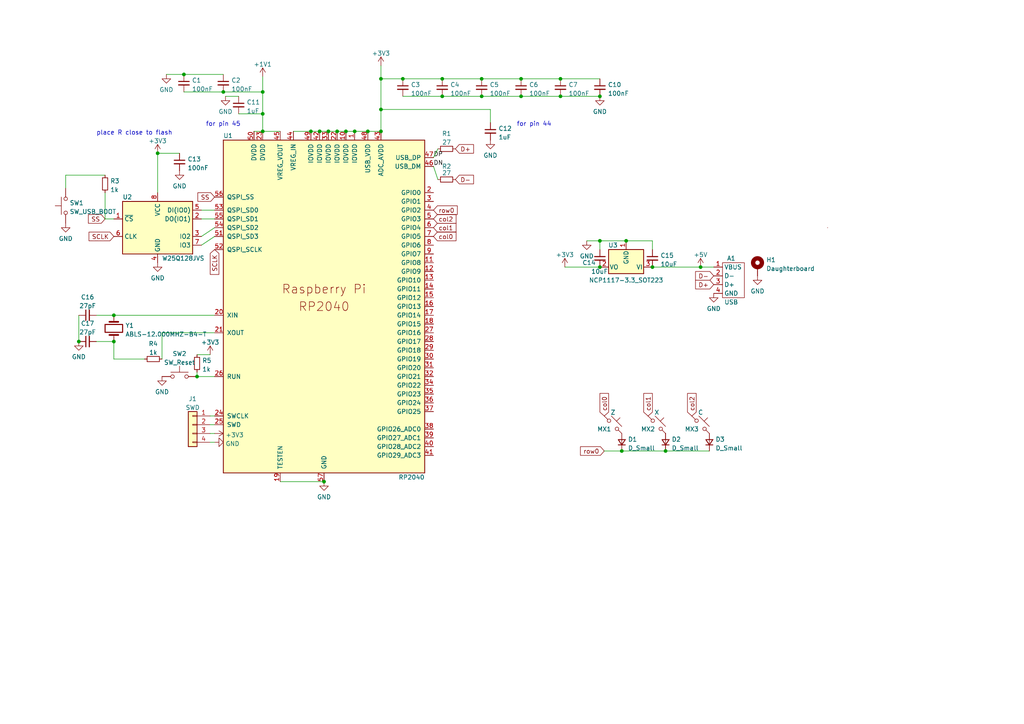
<source format=kicad_sch>
(kicad_sch (version 20211123) (generator eeschema)

  (uuid a8d82fea-e29b-42d3-967c-c4d1fa0fca88)

  (paper "A4")

  (lib_symbols
    (symbol "Connector_Generic:Conn_01x04" (pin_names (offset 1.016) hide) (in_bom yes) (on_board yes)
      (property "Reference" "J" (id 0) (at 0 5.08 0)
        (effects (font (size 1.27 1.27)))
      )
      (property "Value" "Conn_01x04" (id 1) (at 0 -7.62 0)
        (effects (font (size 1.27 1.27)))
      )
      (property "Footprint" "" (id 2) (at 0 0 0)
        (effects (font (size 1.27 1.27)) hide)
      )
      (property "Datasheet" "~" (id 3) (at 0 0 0)
        (effects (font (size 1.27 1.27)) hide)
      )
      (property "ki_keywords" "connector" (id 4) (at 0 0 0)
        (effects (font (size 1.27 1.27)) hide)
      )
      (property "ki_description" "Generic connector, single row, 01x04, script generated (kicad-library-utils/schlib/autogen/connector/)" (id 5) (at 0 0 0)
        (effects (font (size 1.27 1.27)) hide)
      )
      (property "ki_fp_filters" "Connector*:*_1x??_*" (id 6) (at 0 0 0)
        (effects (font (size 1.27 1.27)) hide)
      )
      (symbol "Conn_01x04_1_1"
        (rectangle (start -1.27 -4.953) (end 0 -5.207)
          (stroke (width 0.1524) (type default) (color 0 0 0 0))
          (fill (type none))
        )
        (rectangle (start -1.27 -2.413) (end 0 -2.667)
          (stroke (width 0.1524) (type default) (color 0 0 0 0))
          (fill (type none))
        )
        (rectangle (start -1.27 0.127) (end 0 -0.127)
          (stroke (width 0.1524) (type default) (color 0 0 0 0))
          (fill (type none))
        )
        (rectangle (start -1.27 2.667) (end 0 2.413)
          (stroke (width 0.1524) (type default) (color 0 0 0 0))
          (fill (type none))
        )
        (rectangle (start -1.27 3.81) (end 1.27 -6.35)
          (stroke (width 0.254) (type default) (color 0 0 0 0))
          (fill (type background))
        )
        (pin passive line (at -5.08 2.54 0) (length 3.81)
          (name "Pin_1" (effects (font (size 1.27 1.27))))
          (number "1" (effects (font (size 1.27 1.27))))
        )
        (pin passive line (at -5.08 0 0) (length 3.81)
          (name "Pin_2" (effects (font (size 1.27 1.27))))
          (number "2" (effects (font (size 1.27 1.27))))
        )
        (pin passive line (at -5.08 -2.54 0) (length 3.81)
          (name "Pin_3" (effects (font (size 1.27 1.27))))
          (number "3" (effects (font (size 1.27 1.27))))
        )
        (pin passive line (at -5.08 -5.08 0) (length 3.81)
          (name "Pin_4" (effects (font (size 1.27 1.27))))
          (number "4" (effects (font (size 1.27 1.27))))
        )
      )
    )
    (symbol "Device:C_Small" (pin_numbers hide) (pin_names (offset 0.254) hide) (in_bom yes) (on_board yes)
      (property "Reference" "C" (id 0) (at 0.254 1.778 0)
        (effects (font (size 1.27 1.27)) (justify left))
      )
      (property "Value" "C_Small" (id 1) (at 0.254 -2.032 0)
        (effects (font (size 1.27 1.27)) (justify left))
      )
      (property "Footprint" "" (id 2) (at 0 0 0)
        (effects (font (size 1.27 1.27)) hide)
      )
      (property "Datasheet" "~" (id 3) (at 0 0 0)
        (effects (font (size 1.27 1.27)) hide)
      )
      (property "ki_keywords" "capacitor cap" (id 4) (at 0 0 0)
        (effects (font (size 1.27 1.27)) hide)
      )
      (property "ki_description" "Unpolarized capacitor, small symbol" (id 5) (at 0 0 0)
        (effects (font (size 1.27 1.27)) hide)
      )
      (property "ki_fp_filters" "C_*" (id 6) (at 0 0 0)
        (effects (font (size 1.27 1.27)) hide)
      )
      (symbol "C_Small_0_1"
        (polyline
          (pts
            (xy -1.524 -0.508)
            (xy 1.524 -0.508)
          )
          (stroke (width 0.3302) (type default) (color 0 0 0 0))
          (fill (type none))
        )
        (polyline
          (pts
            (xy -1.524 0.508)
            (xy 1.524 0.508)
          )
          (stroke (width 0.3048) (type default) (color 0 0 0 0))
          (fill (type none))
        )
      )
      (symbol "C_Small_1_1"
        (pin passive line (at 0 2.54 270) (length 2.032)
          (name "~" (effects (font (size 1.27 1.27))))
          (number "1" (effects (font (size 1.27 1.27))))
        )
        (pin passive line (at 0 -2.54 90) (length 2.032)
          (name "~" (effects (font (size 1.27 1.27))))
          (number "2" (effects (font (size 1.27 1.27))))
        )
      )
    )
    (symbol "Device:Crystal" (pin_numbers hide) (pin_names (offset 1.016) hide) (in_bom yes) (on_board yes)
      (property "Reference" "Y" (id 0) (at 0 3.81 0)
        (effects (font (size 1.27 1.27)))
      )
      (property "Value" "Crystal" (id 1) (at 0 -3.81 0)
        (effects (font (size 1.27 1.27)))
      )
      (property "Footprint" "" (id 2) (at 0 0 0)
        (effects (font (size 1.27 1.27)) hide)
      )
      (property "Datasheet" "~" (id 3) (at 0 0 0)
        (effects (font (size 1.27 1.27)) hide)
      )
      (property "ki_keywords" "quartz ceramic resonator oscillator" (id 4) (at 0 0 0)
        (effects (font (size 1.27 1.27)) hide)
      )
      (property "ki_description" "Two pin crystal" (id 5) (at 0 0 0)
        (effects (font (size 1.27 1.27)) hide)
      )
      (property "ki_fp_filters" "Crystal*" (id 6) (at 0 0 0)
        (effects (font (size 1.27 1.27)) hide)
      )
      (symbol "Crystal_0_1"
        (rectangle (start -1.143 2.54) (end 1.143 -2.54)
          (stroke (width 0.3048) (type default) (color 0 0 0 0))
          (fill (type none))
        )
        (polyline
          (pts
            (xy -2.54 0)
            (xy -1.905 0)
          )
          (stroke (width 0) (type default) (color 0 0 0 0))
          (fill (type none))
        )
        (polyline
          (pts
            (xy -1.905 -1.27)
            (xy -1.905 1.27)
          )
          (stroke (width 0.508) (type default) (color 0 0 0 0))
          (fill (type none))
        )
        (polyline
          (pts
            (xy 1.905 -1.27)
            (xy 1.905 1.27)
          )
          (stroke (width 0.508) (type default) (color 0 0 0 0))
          (fill (type none))
        )
        (polyline
          (pts
            (xy 2.54 0)
            (xy 1.905 0)
          )
          (stroke (width 0) (type default) (color 0 0 0 0))
          (fill (type none))
        )
      )
      (symbol "Crystal_1_1"
        (pin passive line (at -3.81 0 0) (length 1.27)
          (name "1" (effects (font (size 1.27 1.27))))
          (number "1" (effects (font (size 1.27 1.27))))
        )
        (pin passive line (at 3.81 0 180) (length 1.27)
          (name "2" (effects (font (size 1.27 1.27))))
          (number "2" (effects (font (size 1.27 1.27))))
        )
      )
    )
    (symbol "Device:D_Small" (pin_numbers hide) (pin_names (offset 0.254) hide) (in_bom yes) (on_board yes)
      (property "Reference" "D" (id 0) (at -1.27 2.032 0)
        (effects (font (size 1.27 1.27)) (justify left))
      )
      (property "Value" "D_Small" (id 1) (at -3.81 -2.032 0)
        (effects (font (size 1.27 1.27)) (justify left))
      )
      (property "Footprint" "" (id 2) (at 0 0 90)
        (effects (font (size 1.27 1.27)) hide)
      )
      (property "Datasheet" "~" (id 3) (at 0 0 90)
        (effects (font (size 1.27 1.27)) hide)
      )
      (property "ki_keywords" "diode" (id 4) (at 0 0 0)
        (effects (font (size 1.27 1.27)) hide)
      )
      (property "ki_description" "Diode, small symbol" (id 5) (at 0 0 0)
        (effects (font (size 1.27 1.27)) hide)
      )
      (property "ki_fp_filters" "TO-???* *_Diode_* *SingleDiode* D_*" (id 6) (at 0 0 0)
        (effects (font (size 1.27 1.27)) hide)
      )
      (symbol "D_Small_0_1"
        (polyline
          (pts
            (xy -0.762 -1.016)
            (xy -0.762 1.016)
          )
          (stroke (width 0.254) (type default) (color 0 0 0 0))
          (fill (type none))
        )
        (polyline
          (pts
            (xy -0.762 0)
            (xy 0.762 0)
          )
          (stroke (width 0) (type default) (color 0 0 0 0))
          (fill (type none))
        )
        (polyline
          (pts
            (xy 0.762 -1.016)
            (xy -0.762 0)
            (xy 0.762 1.016)
            (xy 0.762 -1.016)
          )
          (stroke (width 0.254) (type default) (color 0 0 0 0))
          (fill (type none))
        )
      )
      (symbol "D_Small_1_1"
        (pin passive line (at -2.54 0 0) (length 1.778)
          (name "K" (effects (font (size 1.27 1.27))))
          (number "1" (effects (font (size 1.27 1.27))))
        )
        (pin passive line (at 2.54 0 180) (length 1.778)
          (name "A" (effects (font (size 1.27 1.27))))
          (number "2" (effects (font (size 1.27 1.27))))
        )
      )
    )
    (symbol "Device:R_Small" (pin_numbers hide) (pin_names (offset 0.254) hide) (in_bom yes) (on_board yes)
      (property "Reference" "R" (id 0) (at 0.762 0.508 0)
        (effects (font (size 1.27 1.27)) (justify left))
      )
      (property "Value" "R_Small" (id 1) (at 0.762 -1.016 0)
        (effects (font (size 1.27 1.27)) (justify left))
      )
      (property "Footprint" "" (id 2) (at 0 0 0)
        (effects (font (size 1.27 1.27)) hide)
      )
      (property "Datasheet" "~" (id 3) (at 0 0 0)
        (effects (font (size 1.27 1.27)) hide)
      )
      (property "ki_keywords" "R resistor" (id 4) (at 0 0 0)
        (effects (font (size 1.27 1.27)) hide)
      )
      (property "ki_description" "Resistor, small symbol" (id 5) (at 0 0 0)
        (effects (font (size 1.27 1.27)) hide)
      )
      (property "ki_fp_filters" "R_*" (id 6) (at 0 0 0)
        (effects (font (size 1.27 1.27)) hide)
      )
      (symbol "R_Small_0_1"
        (rectangle (start -0.762 1.778) (end 0.762 -1.778)
          (stroke (width 0.2032) (type default) (color 0 0 0 0))
          (fill (type none))
        )
      )
      (symbol "R_Small_1_1"
        (pin passive line (at 0 2.54 270) (length 0.762)
          (name "~" (effects (font (size 1.27 1.27))))
          (number "1" (effects (font (size 1.27 1.27))))
        )
        (pin passive line (at 0 -2.54 90) (length 0.762)
          (name "~" (effects (font (size 1.27 1.27))))
          (number "2" (effects (font (size 1.27 1.27))))
        )
      )
    )
    (symbol "MCU_RaspberryPi_RP2040:RP2040" (pin_names (offset 1.016)) (in_bom yes) (on_board yes)
      (property "Reference" "U" (id 0) (at -29.21 49.53 0)
        (effects (font (size 1.27 1.27)))
      )
      (property "Value" "RP2040" (id 1) (at 24.13 -49.53 0)
        (effects (font (size 1.27 1.27)))
      )
      (property "Footprint" "RP2040_minimal:RP2040-QFN-56" (id 2) (at -19.05 0 0)
        (effects (font (size 1.27 1.27)) hide)
      )
      (property "Datasheet" "" (id 3) (at -19.05 0 0)
        (effects (font (size 1.27 1.27)) hide)
      )
      (symbol "RP2040_0_0"
        (text "Raspberry Pi" (at 0 5.08 0)
          (effects (font (size 2.54 2.54)))
        )
        (text "RP2040" (at 0 0 0)
          (effects (font (size 2.54 2.54)))
        )
      )
      (symbol "RP2040_0_1"
        (rectangle (start 29.21 48.26) (end -29.21 -48.26)
          (stroke (width 0.254) (type default) (color 0 0 0 0))
          (fill (type background))
        )
      )
      (symbol "RP2040_1_1"
        (pin power_in line (at 8.89 50.8 270) (length 2.54)
          (name "IOVDD" (effects (font (size 1.27 1.27))))
          (number "1" (effects (font (size 1.27 1.27))))
        )
        (pin power_in line (at 6.35 50.8 270) (length 2.54)
          (name "IOVDD" (effects (font (size 1.27 1.27))))
          (number "10" (effects (font (size 1.27 1.27))))
        )
        (pin bidirectional line (at 31.75 12.7 180) (length 2.54)
          (name "GPIO8" (effects (font (size 1.27 1.27))))
          (number "11" (effects (font (size 1.27 1.27))))
        )
        (pin bidirectional line (at 31.75 10.16 180) (length 2.54)
          (name "GPIO9" (effects (font (size 1.27 1.27))))
          (number "12" (effects (font (size 1.27 1.27))))
        )
        (pin bidirectional line (at 31.75 7.62 180) (length 2.54)
          (name "GPIO10" (effects (font (size 1.27 1.27))))
          (number "13" (effects (font (size 1.27 1.27))))
        )
        (pin bidirectional line (at 31.75 5.08 180) (length 2.54)
          (name "GPIO11" (effects (font (size 1.27 1.27))))
          (number "14" (effects (font (size 1.27 1.27))))
        )
        (pin bidirectional line (at 31.75 2.54 180) (length 2.54)
          (name "GPIO12" (effects (font (size 1.27 1.27))))
          (number "15" (effects (font (size 1.27 1.27))))
        )
        (pin bidirectional line (at 31.75 0 180) (length 2.54)
          (name "GPIO13" (effects (font (size 1.27 1.27))))
          (number "16" (effects (font (size 1.27 1.27))))
        )
        (pin bidirectional line (at 31.75 -2.54 180) (length 2.54)
          (name "GPIO14" (effects (font (size 1.27 1.27))))
          (number "17" (effects (font (size 1.27 1.27))))
        )
        (pin bidirectional line (at 31.75 -5.08 180) (length 2.54)
          (name "GPIO15" (effects (font (size 1.27 1.27))))
          (number "18" (effects (font (size 1.27 1.27))))
        )
        (pin passive line (at -12.7 -50.8 90) (length 2.54)
          (name "TESTEN" (effects (font (size 1.27 1.27))))
          (number "19" (effects (font (size 1.27 1.27))))
        )
        (pin bidirectional line (at 31.75 33.02 180) (length 2.54)
          (name "GPIO0" (effects (font (size 1.27 1.27))))
          (number "2" (effects (font (size 1.27 1.27))))
        )
        (pin input line (at -31.75 -2.54 0) (length 2.54)
          (name "XIN" (effects (font (size 1.27 1.27))))
          (number "20" (effects (font (size 1.27 1.27))))
        )
        (pin passive line (at -31.75 -7.62 0) (length 2.54)
          (name "XOUT" (effects (font (size 1.27 1.27))))
          (number "21" (effects (font (size 1.27 1.27))))
        )
        (pin power_in line (at 3.81 50.8 270) (length 2.54)
          (name "IOVDD" (effects (font (size 1.27 1.27))))
          (number "22" (effects (font (size 1.27 1.27))))
        )
        (pin power_in line (at -17.78 50.8 270) (length 2.54)
          (name "DVDD" (effects (font (size 1.27 1.27))))
          (number "23" (effects (font (size 1.27 1.27))))
        )
        (pin output line (at -31.75 -31.75 0) (length 2.54)
          (name "SWCLK" (effects (font (size 1.27 1.27))))
          (number "24" (effects (font (size 1.27 1.27))))
        )
        (pin bidirectional line (at -31.75 -34.29 0) (length 2.54)
          (name "SWD" (effects (font (size 1.27 1.27))))
          (number "25" (effects (font (size 1.27 1.27))))
        )
        (pin input line (at -31.75 -20.32 0) (length 2.54)
          (name "RUN" (effects (font (size 1.27 1.27))))
          (number "26" (effects (font (size 1.27 1.27))))
        )
        (pin bidirectional line (at 31.75 -7.62 180) (length 2.54)
          (name "GPIO16" (effects (font (size 1.27 1.27))))
          (number "27" (effects (font (size 1.27 1.27))))
        )
        (pin bidirectional line (at 31.75 -10.16 180) (length 2.54)
          (name "GPIO17" (effects (font (size 1.27 1.27))))
          (number "28" (effects (font (size 1.27 1.27))))
        )
        (pin bidirectional line (at 31.75 -12.7 180) (length 2.54)
          (name "GPIO18" (effects (font (size 1.27 1.27))))
          (number "29" (effects (font (size 1.27 1.27))))
        )
        (pin bidirectional line (at 31.75 30.48 180) (length 2.54)
          (name "GPIO1" (effects (font (size 1.27 1.27))))
          (number "3" (effects (font (size 1.27 1.27))))
        )
        (pin bidirectional line (at 31.75 -15.24 180) (length 2.54)
          (name "GPIO19" (effects (font (size 1.27 1.27))))
          (number "30" (effects (font (size 1.27 1.27))))
        )
        (pin bidirectional line (at 31.75 -17.78 180) (length 2.54)
          (name "GPIO20" (effects (font (size 1.27 1.27))))
          (number "31" (effects (font (size 1.27 1.27))))
        )
        (pin bidirectional line (at 31.75 -20.32 180) (length 2.54)
          (name "GPIO21" (effects (font (size 1.27 1.27))))
          (number "32" (effects (font (size 1.27 1.27))))
        )
        (pin power_in line (at 1.27 50.8 270) (length 2.54)
          (name "IOVDD" (effects (font (size 1.27 1.27))))
          (number "33" (effects (font (size 1.27 1.27))))
        )
        (pin bidirectional line (at 31.75 -22.86 180) (length 2.54)
          (name "GPIO22" (effects (font (size 1.27 1.27))))
          (number "34" (effects (font (size 1.27 1.27))))
        )
        (pin bidirectional line (at 31.75 -25.4 180) (length 2.54)
          (name "GPIO23" (effects (font (size 1.27 1.27))))
          (number "35" (effects (font (size 1.27 1.27))))
        )
        (pin bidirectional line (at 31.75 -27.94 180) (length 2.54)
          (name "GPIO24" (effects (font (size 1.27 1.27))))
          (number "36" (effects (font (size 1.27 1.27))))
        )
        (pin bidirectional line (at 31.75 -30.48 180) (length 2.54)
          (name "GPIO25" (effects (font (size 1.27 1.27))))
          (number "37" (effects (font (size 1.27 1.27))))
        )
        (pin bidirectional line (at 31.75 -35.56 180) (length 2.54)
          (name "GPIO26_ADC0" (effects (font (size 1.27 1.27))))
          (number "38" (effects (font (size 1.27 1.27))))
        )
        (pin bidirectional line (at 31.75 -38.1 180) (length 2.54)
          (name "GPIO27_ADC1" (effects (font (size 1.27 1.27))))
          (number "39" (effects (font (size 1.27 1.27))))
        )
        (pin bidirectional line (at 31.75 27.94 180) (length 2.54)
          (name "GPIO2" (effects (font (size 1.27 1.27))))
          (number "4" (effects (font (size 1.27 1.27))))
        )
        (pin bidirectional line (at 31.75 -40.64 180) (length 2.54)
          (name "GPIO28_ADC2" (effects (font (size 1.27 1.27))))
          (number "40" (effects (font (size 1.27 1.27))))
        )
        (pin bidirectional line (at 31.75 -43.18 180) (length 2.54)
          (name "GPIO29_ADC3" (effects (font (size 1.27 1.27))))
          (number "41" (effects (font (size 1.27 1.27))))
        )
        (pin power_in line (at -1.27 50.8 270) (length 2.54)
          (name "IOVDD" (effects (font (size 1.27 1.27))))
          (number "42" (effects (font (size 1.27 1.27))))
        )
        (pin power_in line (at 16.51 50.8 270) (length 2.54)
          (name "ADC_AVDD" (effects (font (size 1.27 1.27))))
          (number "43" (effects (font (size 1.27 1.27))))
        )
        (pin power_in line (at -8.89 50.8 270) (length 2.54)
          (name "VREG_IN" (effects (font (size 1.27 1.27))))
          (number "44" (effects (font (size 1.27 1.27))))
        )
        (pin power_out line (at -12.7 50.8 270) (length 2.54)
          (name "VREG_VOUT" (effects (font (size 1.27 1.27))))
          (number "45" (effects (font (size 1.27 1.27))))
        )
        (pin bidirectional line (at 31.75 40.64 180) (length 2.54)
          (name "USB_DM" (effects (font (size 1.27 1.27))))
          (number "46" (effects (font (size 1.27 1.27))))
        )
        (pin bidirectional line (at 31.75 43.18 180) (length 2.54)
          (name "USB_DP" (effects (font (size 1.27 1.27))))
          (number "47" (effects (font (size 1.27 1.27))))
        )
        (pin power_in line (at 12.7 50.8 270) (length 2.54)
          (name "USB_VDD" (effects (font (size 1.27 1.27))))
          (number "48" (effects (font (size 1.27 1.27))))
        )
        (pin power_in line (at -3.81 50.8 270) (length 2.54)
          (name "IOVDD" (effects (font (size 1.27 1.27))))
          (number "49" (effects (font (size 1.27 1.27))))
        )
        (pin bidirectional line (at 31.75 25.4 180) (length 2.54)
          (name "GPIO3" (effects (font (size 1.27 1.27))))
          (number "5" (effects (font (size 1.27 1.27))))
        )
        (pin power_in line (at -20.32 50.8 270) (length 2.54)
          (name "DVDD" (effects (font (size 1.27 1.27))))
          (number "50" (effects (font (size 1.27 1.27))))
        )
        (pin bidirectional line (at -31.75 20.32 0) (length 2.54)
          (name "QSPI_SD3" (effects (font (size 1.27 1.27))))
          (number "51" (effects (font (size 1.27 1.27))))
        )
        (pin output line (at -31.75 16.51 0) (length 2.54)
          (name "QSPI_SCLK" (effects (font (size 1.27 1.27))))
          (number "52" (effects (font (size 1.27 1.27))))
        )
        (pin bidirectional line (at -31.75 27.94 0) (length 2.54)
          (name "QSPI_SD0" (effects (font (size 1.27 1.27))))
          (number "53" (effects (font (size 1.27 1.27))))
        )
        (pin bidirectional line (at -31.75 22.86 0) (length 2.54)
          (name "QSPI_SD2" (effects (font (size 1.27 1.27))))
          (number "54" (effects (font (size 1.27 1.27))))
        )
        (pin bidirectional line (at -31.75 25.4 0) (length 2.54)
          (name "QSPI_SD1" (effects (font (size 1.27 1.27))))
          (number "55" (effects (font (size 1.27 1.27))))
        )
        (pin bidirectional line (at -31.75 31.75 0) (length 2.54)
          (name "QSPI_SS" (effects (font (size 1.27 1.27))))
          (number "56" (effects (font (size 1.27 1.27))))
        )
        (pin power_in line (at 0 -50.8 90) (length 2.54)
          (name "GND" (effects (font (size 1.27 1.27))))
          (number "57" (effects (font (size 1.27 1.27))))
        )
        (pin bidirectional line (at 31.75 22.86 180) (length 2.54)
          (name "GPIO4" (effects (font (size 1.27 1.27))))
          (number "6" (effects (font (size 1.27 1.27))))
        )
        (pin bidirectional line (at 31.75 20.32 180) (length 2.54)
          (name "GPIO5" (effects (font (size 1.27 1.27))))
          (number "7" (effects (font (size 1.27 1.27))))
        )
        (pin bidirectional line (at 31.75 17.78 180) (length 2.54)
          (name "GPIO6" (effects (font (size 1.27 1.27))))
          (number "8" (effects (font (size 1.27 1.27))))
        )
        (pin bidirectional line (at 31.75 15.24 180) (length 2.54)
          (name "GPIO7" (effects (font (size 1.27 1.27))))
          (number "9" (effects (font (size 1.27 1.27))))
        )
      )
    )
    (symbol "Mechanical:MountingHole_Pad" (pin_numbers hide) (pin_names (offset 1.016) hide) (in_bom yes) (on_board yes)
      (property "Reference" "H" (id 0) (at 0 6.35 0)
        (effects (font (size 1.27 1.27)))
      )
      (property "Value" "MountingHole_Pad" (id 1) (at 0 4.445 0)
        (effects (font (size 1.27 1.27)))
      )
      (property "Footprint" "" (id 2) (at 0 0 0)
        (effects (font (size 1.27 1.27)) hide)
      )
      (property "Datasheet" "~" (id 3) (at 0 0 0)
        (effects (font (size 1.27 1.27)) hide)
      )
      (property "ki_keywords" "mounting hole" (id 4) (at 0 0 0)
        (effects (font (size 1.27 1.27)) hide)
      )
      (property "ki_description" "Mounting Hole with connection" (id 5) (at 0 0 0)
        (effects (font (size 1.27 1.27)) hide)
      )
      (property "ki_fp_filters" "MountingHole*Pad*" (id 6) (at 0 0 0)
        (effects (font (size 1.27 1.27)) hide)
      )
      (symbol "MountingHole_Pad_0_1"
        (circle (center 0 1.27) (radius 1.27)
          (stroke (width 1.27) (type default) (color 0 0 0 0))
          (fill (type none))
        )
      )
      (symbol "MountingHole_Pad_1_1"
        (pin input line (at 0 -2.54 90) (length 2.54)
          (name "1" (effects (font (size 1.27 1.27))))
          (number "1" (effects (font (size 1.27 1.27))))
        )
      )
    )
    (symbol "Memory_Flash:W25Q128JVS" (in_bom yes) (on_board yes)
      (property "Reference" "U" (id 0) (at -8.89 8.89 0)
        (effects (font (size 1.27 1.27)))
      )
      (property "Value" "W25Q128JVS" (id 1) (at 7.62 8.89 0)
        (effects (font (size 1.27 1.27)))
      )
      (property "Footprint" "Package_SO:SOIC-8_5.23x5.23mm_P1.27mm" (id 2) (at 0 0 0)
        (effects (font (size 1.27 1.27)) hide)
      )
      (property "Datasheet" "http://www.winbond.com/resource-files/w25q128jv_dtr%20revc%2003272018%20plus.pdf" (id 3) (at 0 0 0)
        (effects (font (size 1.27 1.27)) hide)
      )
      (property "ki_keywords" "flash memory SPI QPI DTR" (id 4) (at 0 0 0)
        (effects (font (size 1.27 1.27)) hide)
      )
      (property "ki_description" "128Mb Serial Flash Memory, Standard/Dual/Quad SPI, SOIC-8" (id 5) (at 0 0 0)
        (effects (font (size 1.27 1.27)) hide)
      )
      (property "ki_fp_filters" "SOIC*5.23x5.23mm*P1.27mm*" (id 6) (at 0 0 0)
        (effects (font (size 1.27 1.27)) hide)
      )
      (symbol "W25Q128JVS_0_1"
        (rectangle (start -10.16 7.62) (end 10.16 -7.62)
          (stroke (width 0.254) (type default) (color 0 0 0 0))
          (fill (type background))
        )
      )
      (symbol "W25Q128JVS_1_1"
        (pin input line (at -12.7 2.54 0) (length 2.54)
          (name "~{CS}" (effects (font (size 1.27 1.27))))
          (number "1" (effects (font (size 1.27 1.27))))
        )
        (pin bidirectional line (at 12.7 2.54 180) (length 2.54)
          (name "DO(IO1)" (effects (font (size 1.27 1.27))))
          (number "2" (effects (font (size 1.27 1.27))))
        )
        (pin bidirectional line (at 12.7 -2.54 180) (length 2.54)
          (name "IO2" (effects (font (size 1.27 1.27))))
          (number "3" (effects (font (size 1.27 1.27))))
        )
        (pin power_in line (at 0 -10.16 90) (length 2.54)
          (name "GND" (effects (font (size 1.27 1.27))))
          (number "4" (effects (font (size 1.27 1.27))))
        )
        (pin bidirectional line (at 12.7 5.08 180) (length 2.54)
          (name "DI(IO0)" (effects (font (size 1.27 1.27))))
          (number "5" (effects (font (size 1.27 1.27))))
        )
        (pin input line (at -12.7 -2.54 0) (length 2.54)
          (name "CLK" (effects (font (size 1.27 1.27))))
          (number "6" (effects (font (size 1.27 1.27))))
        )
        (pin bidirectional line (at 12.7 -5.08 180) (length 2.54)
          (name "IO3" (effects (font (size 1.27 1.27))))
          (number "7" (effects (font (size 1.27 1.27))))
        )
        (pin power_in line (at 0 10.16 270) (length 2.54)
          (name "VCC" (effects (font (size 1.27 1.27))))
          (number "8" (effects (font (size 1.27 1.27))))
        )
      )
    )
    (symbol "Regulator_Linear:NCP1117-3.3_SOT223" (pin_names (offset 0.254)) (in_bom yes) (on_board yes)
      (property "Reference" "U" (id 0) (at -3.81 3.175 0)
        (effects (font (size 1.27 1.27)))
      )
      (property "Value" "NCP1117-3.3_SOT223" (id 1) (at 0 3.175 0)
        (effects (font (size 1.27 1.27)) (justify left))
      )
      (property "Footprint" "Package_TO_SOT_SMD:SOT-223-3_TabPin2" (id 2) (at 0 5.08 0)
        (effects (font (size 1.27 1.27)) hide)
      )
      (property "Datasheet" "http://www.onsemi.com/pub_link/Collateral/NCP1117-D.PDF" (id 3) (at 2.54 -6.35 0)
        (effects (font (size 1.27 1.27)) hide)
      )
      (property "ki_keywords" "REGULATOR LDO 3.3V" (id 4) (at 0 0 0)
        (effects (font (size 1.27 1.27)) hide)
      )
      (property "ki_description" "1A Low drop-out regulator, Fixed Output 3.3V, SOT-223" (id 5) (at 0 0 0)
        (effects (font (size 1.27 1.27)) hide)
      )
      (property "ki_fp_filters" "SOT?223*TabPin2*" (id 6) (at 0 0 0)
        (effects (font (size 1.27 1.27)) hide)
      )
      (symbol "NCP1117-3.3_SOT223_0_1"
        (rectangle (start -5.08 -5.08) (end 5.08 1.905)
          (stroke (width 0.254) (type default) (color 0 0 0 0))
          (fill (type background))
        )
      )
      (symbol "NCP1117-3.3_SOT223_1_1"
        (pin power_in line (at 0 -7.62 90) (length 2.54)
          (name "GND" (effects (font (size 1.27 1.27))))
          (number "1" (effects (font (size 1.27 1.27))))
        )
        (pin power_out line (at 7.62 0 180) (length 2.54)
          (name "VO" (effects (font (size 1.27 1.27))))
          (number "2" (effects (font (size 1.27 1.27))))
        )
        (pin power_in line (at -7.62 0 0) (length 2.54)
          (name "VI" (effects (font (size 1.27 1.27))))
          (number "3" (effects (font (size 1.27 1.27))))
        )
      )
    )
    (symbol "Switch:SW_Push" (pin_numbers hide) (pin_names (offset 1.016) hide) (in_bom yes) (on_board yes)
      (property "Reference" "SW" (id 0) (at 1.27 2.54 0)
        (effects (font (size 1.27 1.27)) (justify left))
      )
      (property "Value" "SW_Push" (id 1) (at 0 -1.524 0)
        (effects (font (size 1.27 1.27)))
      )
      (property "Footprint" "" (id 2) (at 0 5.08 0)
        (effects (font (size 1.27 1.27)) hide)
      )
      (property "Datasheet" "~" (id 3) (at 0 5.08 0)
        (effects (font (size 1.27 1.27)) hide)
      )
      (property "ki_keywords" "switch normally-open pushbutton push-button" (id 4) (at 0 0 0)
        (effects (font (size 1.27 1.27)) hide)
      )
      (property "ki_description" "Push button switch, generic, two pins" (id 5) (at 0 0 0)
        (effects (font (size 1.27 1.27)) hide)
      )
      (symbol "SW_Push_0_1"
        (circle (center -2.032 0) (radius 0.508)
          (stroke (width 0) (type default) (color 0 0 0 0))
          (fill (type none))
        )
        (polyline
          (pts
            (xy 0 1.27)
            (xy 0 3.048)
          )
          (stroke (width 0) (type default) (color 0 0 0 0))
          (fill (type none))
        )
        (polyline
          (pts
            (xy 2.54 1.27)
            (xy -2.54 1.27)
          )
          (stroke (width 0) (type default) (color 0 0 0 0))
          (fill (type none))
        )
        (circle (center 2.032 0) (radius 0.508)
          (stroke (width 0) (type default) (color 0 0 0 0))
          (fill (type none))
        )
        (pin passive line (at -5.08 0 0) (length 2.54)
          (name "1" (effects (font (size 1.27 1.27))))
          (number "1" (effects (font (size 1.27 1.27))))
        )
        (pin passive line (at 5.08 0 180) (length 2.54)
          (name "2" (effects (font (size 1.27 1.27))))
          (number "2" (effects (font (size 1.27 1.27))))
        )
      )
    )
    (symbol "local:UNIFIED-DAUGHTERBOARD-C3" (in_bom yes) (on_board yes)
      (property "Reference" "A" (id 0) (at 0 6.35 0)
        (effects (font (size 1.27 1.27)))
      )
      (property "Value" "UNIFIED-DAUGHTERBOARD-C3" (id 1) (at 0 -6.35 0)
        (effects (font (size 1.27 1.27)))
      )
      (property "Footprint" "" (id 2) (at -7.62 5.08 0)
        (effects (font (size 1.27 1.27)) hide)
      )
      (property "Datasheet" "" (id 3) (at -7.62 5.08 0)
        (effects (font (size 1.27 1.27)) hide)
      )
      (symbol "UNIFIED-DAUGHTERBOARD-C3_0_1"
        (rectangle (start -2.54 5.08) (end 3.81 -5.08)
          (stroke (width 0.1524) (type default) (color 0 0 0 0))
          (fill (type none))
        )
        (rectangle (start 27.94 15.24) (end 27.94 15.24)
          (stroke (width 0.1524) (type default) (color 0 0 0 0))
          (fill (type none))
        )
        (rectangle (start 27.94 15.24) (end 27.94 15.24)
          (stroke (width 0.1524) (type default) (color 0 0 0 0))
          (fill (type none))
        )
      )
      (symbol "UNIFIED-DAUGHTERBOARD-C3_1_1"
        (pin power_out line (at -5.08 3.81 0) (length 2.54)
          (name "VBUS" (effects (font (size 1.27 1.27))))
          (number "1" (effects (font (size 1.27 1.27))))
        )
        (pin output line (at -5.08 1.27 0) (length 2.54)
          (name "D-" (effects (font (size 1.27 1.27))))
          (number "2" (effects (font (size 1.27 1.27))))
        )
        (pin output line (at -5.08 -1.27 0) (length 2.54)
          (name "D+" (effects (font (size 1.27 1.27))))
          (number "3" (effects (font (size 1.27 1.27))))
        )
        (pin passive line (at -5.08 -3.81 0) (length 2.54)
          (name "GND" (effects (font (size 1.27 1.27))))
          (number "4" (effects (font (size 1.27 1.27))))
        )
      )
    )
    (symbol "marbastlib-mx:MX_SW_HS" (pin_numbers hide) (pin_names (offset 1.016) hide) (in_bom yes) (on_board yes)
      (property "Reference" "SW" (id 0) (at 3.048 1.016 0)
        (effects (font (size 1.27 1.27)) (justify left))
      )
      (property "Value" "MX_SW_HS" (id 1) (at 0 -3.81 0)
        (effects (font (size 1.27 1.27)))
      )
      (property "Footprint" "marbastlib-mx:SW_MX_HS_1u" (id 2) (at 0 0 0)
        (effects (font (size 1.27 1.27)) hide)
      )
      (property "Datasheet" "~" (id 3) (at 0 0 0)
        (effects (font (size 1.27 1.27)) hide)
      )
      (property "ki_keywords" "switch normally-open pushbutton push-button" (id 4) (at 0 0 0)
        (effects (font (size 1.27 1.27)) hide)
      )
      (property "ki_description" "Push button switch, normally open, two pins, 45° tilted" (id 5) (at 0 0 0)
        (effects (font (size 1.27 1.27)) hide)
      )
      (symbol "MX_SW_HS_0_1"
        (circle (center -1.1684 1.1684) (radius 0.508)
          (stroke (width 0) (type default) (color 0 0 0 0))
          (fill (type none))
        )
        (polyline
          (pts
            (xy -0.508 2.54)
            (xy 2.54 -0.508)
          )
          (stroke (width 0) (type default) (color 0 0 0 0))
          (fill (type none))
        )
        (polyline
          (pts
            (xy 1.016 1.016)
            (xy 2.032 2.032)
          )
          (stroke (width 0) (type default) (color 0 0 0 0))
          (fill (type none))
        )
        (polyline
          (pts
            (xy -2.54 2.54)
            (xy -1.524 1.524)
            (xy -1.524 1.524)
          )
          (stroke (width 0) (type default) (color 0 0 0 0))
          (fill (type none))
        )
        (polyline
          (pts
            (xy 1.524 -1.524)
            (xy 2.54 -2.54)
            (xy 2.54 -2.54)
            (xy 2.54 -2.54)
          )
          (stroke (width 0) (type default) (color 0 0 0 0))
          (fill (type none))
        )
        (circle (center 1.143 -1.1938) (radius 0.508)
          (stroke (width 0) (type default) (color 0 0 0 0))
          (fill (type none))
        )
        (pin passive line (at -2.54 2.54 0) (length 0)
          (name "1" (effects (font (size 1.27 1.27))))
          (number "1" (effects (font (size 1.27 1.27))))
        )
        (pin passive line (at 2.54 -2.54 180) (length 0)
          (name "2" (effects (font (size 1.27 1.27))))
          (number "2" (effects (font (size 1.27 1.27))))
        )
      )
    )
    (symbol "power:+1V1" (power) (pin_names (offset 0)) (in_bom yes) (on_board yes)
      (property "Reference" "#PWR" (id 0) (at 0 -3.81 0)
        (effects (font (size 1.27 1.27)) hide)
      )
      (property "Value" "+1V1" (id 1) (at 0 3.556 0)
        (effects (font (size 1.27 1.27)))
      )
      (property "Footprint" "" (id 2) (at 0 0 0)
        (effects (font (size 1.27 1.27)) hide)
      )
      (property "Datasheet" "" (id 3) (at 0 0 0)
        (effects (font (size 1.27 1.27)) hide)
      )
      (property "ki_keywords" "power-flag" (id 4) (at 0 0 0)
        (effects (font (size 1.27 1.27)) hide)
      )
      (property "ki_description" "Power symbol creates a global label with name \"+1V1\"" (id 5) (at 0 0 0)
        (effects (font (size 1.27 1.27)) hide)
      )
      (symbol "+1V1_0_1"
        (polyline
          (pts
            (xy -0.762 1.27)
            (xy 0 2.54)
          )
          (stroke (width 0) (type default) (color 0 0 0 0))
          (fill (type none))
        )
        (polyline
          (pts
            (xy 0 0)
            (xy 0 2.54)
          )
          (stroke (width 0) (type default) (color 0 0 0 0))
          (fill (type none))
        )
        (polyline
          (pts
            (xy 0 2.54)
            (xy 0.762 1.27)
          )
          (stroke (width 0) (type default) (color 0 0 0 0))
          (fill (type none))
        )
      )
      (symbol "+1V1_1_1"
        (pin power_in line (at 0 0 90) (length 0) hide
          (name "+1V1" (effects (font (size 1.27 1.27))))
          (number "1" (effects (font (size 1.27 1.27))))
        )
      )
    )
    (symbol "power:+3V3" (power) (pin_names (offset 0)) (in_bom yes) (on_board yes)
      (property "Reference" "#PWR" (id 0) (at 0 -3.81 0)
        (effects (font (size 1.27 1.27)) hide)
      )
      (property "Value" "+3V3" (id 1) (at 0 3.556 0)
        (effects (font (size 1.27 1.27)))
      )
      (property "Footprint" "" (id 2) (at 0 0 0)
        (effects (font (size 1.27 1.27)) hide)
      )
      (property "Datasheet" "" (id 3) (at 0 0 0)
        (effects (font (size 1.27 1.27)) hide)
      )
      (property "ki_keywords" "power-flag" (id 4) (at 0 0 0)
        (effects (font (size 1.27 1.27)) hide)
      )
      (property "ki_description" "Power symbol creates a global label with name \"+3V3\"" (id 5) (at 0 0 0)
        (effects (font (size 1.27 1.27)) hide)
      )
      (symbol "+3V3_0_1"
        (polyline
          (pts
            (xy -0.762 1.27)
            (xy 0 2.54)
          )
          (stroke (width 0) (type default) (color 0 0 0 0))
          (fill (type none))
        )
        (polyline
          (pts
            (xy 0 0)
            (xy 0 2.54)
          )
          (stroke (width 0) (type default) (color 0 0 0 0))
          (fill (type none))
        )
        (polyline
          (pts
            (xy 0 2.54)
            (xy 0.762 1.27)
          )
          (stroke (width 0) (type default) (color 0 0 0 0))
          (fill (type none))
        )
      )
      (symbol "+3V3_1_1"
        (pin power_in line (at 0 0 90) (length 0) hide
          (name "+3V3" (effects (font (size 1.27 1.27))))
          (number "1" (effects (font (size 1.27 1.27))))
        )
      )
    )
    (symbol "power:+5V" (power) (pin_names (offset 0)) (in_bom yes) (on_board yes)
      (property "Reference" "#PWR" (id 0) (at 0 -3.81 0)
        (effects (font (size 1.27 1.27)) hide)
      )
      (property "Value" "+5V" (id 1) (at 0 3.556 0)
        (effects (font (size 1.27 1.27)))
      )
      (property "Footprint" "" (id 2) (at 0 0 0)
        (effects (font (size 1.27 1.27)) hide)
      )
      (property "Datasheet" "" (id 3) (at 0 0 0)
        (effects (font (size 1.27 1.27)) hide)
      )
      (property "ki_keywords" "power-flag" (id 4) (at 0 0 0)
        (effects (font (size 1.27 1.27)) hide)
      )
      (property "ki_description" "Power symbol creates a global label with name \"+5V\"" (id 5) (at 0 0 0)
        (effects (font (size 1.27 1.27)) hide)
      )
      (symbol "+5V_0_1"
        (polyline
          (pts
            (xy -0.762 1.27)
            (xy 0 2.54)
          )
          (stroke (width 0) (type default) (color 0 0 0 0))
          (fill (type none))
        )
        (polyline
          (pts
            (xy 0 0)
            (xy 0 2.54)
          )
          (stroke (width 0) (type default) (color 0 0 0 0))
          (fill (type none))
        )
        (polyline
          (pts
            (xy 0 2.54)
            (xy 0.762 1.27)
          )
          (stroke (width 0) (type default) (color 0 0 0 0))
          (fill (type none))
        )
      )
      (symbol "+5V_1_1"
        (pin power_in line (at 0 0 90) (length 0) hide
          (name "+5V" (effects (font (size 1.27 1.27))))
          (number "1" (effects (font (size 1.27 1.27))))
        )
      )
    )
    (symbol "power:GND" (power) (pin_names (offset 0)) (in_bom yes) (on_board yes)
      (property "Reference" "#PWR" (id 0) (at 0 -6.35 0)
        (effects (font (size 1.27 1.27)) hide)
      )
      (property "Value" "GND" (id 1) (at 0 -3.81 0)
        (effects (font (size 1.27 1.27)))
      )
      (property "Footprint" "" (id 2) (at 0 0 0)
        (effects (font (size 1.27 1.27)) hide)
      )
      (property "Datasheet" "" (id 3) (at 0 0 0)
        (effects (font (size 1.27 1.27)) hide)
      )
      (property "ki_keywords" "power-flag" (id 4) (at 0 0 0)
        (effects (font (size 1.27 1.27)) hide)
      )
      (property "ki_description" "Power symbol creates a global label with name \"GND\" , ground" (id 5) (at 0 0 0)
        (effects (font (size 1.27 1.27)) hide)
      )
      (symbol "GND_0_1"
        (polyline
          (pts
            (xy 0 0)
            (xy 0 -1.27)
            (xy 1.27 -1.27)
            (xy 0 -2.54)
            (xy -1.27 -1.27)
            (xy 0 -1.27)
          )
          (stroke (width 0) (type default) (color 0 0 0 0))
          (fill (type none))
        )
      )
      (symbol "GND_1_1"
        (pin power_in line (at 0 0 270) (length 0) hide
          (name "GND" (effects (font (size 1.27 1.27))))
          (number "1" (effects (font (size 1.27 1.27))))
        )
      )
    )
  )

  (junction (at 64.77 26.67) (diameter 0) (color 0 0 0 0)
    (uuid 058fc01e-08f6-4687-85c1-59f61c1454d0)
  )
  (junction (at 193.04 130.81) (diameter 0) (color 0 0 0 0)
    (uuid 08ecc08f-b76a-40af-9e93-1f9431450349)
  )
  (junction (at 162.56 27.94) (diameter 0) (color 0 0 0 0)
    (uuid 1856aa14-fe9d-4b5b-84bb-ee9ef12f753e)
  )
  (junction (at 33.02 91.44) (diameter 0) (color 0 0 0 0)
    (uuid 18cb5ff5-40c3-4ff7-a53a-d2ba004db639)
  )
  (junction (at 90.17 38.1) (diameter 0) (color 0 0 0 0)
    (uuid 21d79bfb-b116-4771-ba83-0045d3dd47bc)
  )
  (junction (at 173.99 27.94) (diameter 0) (color 0 0 0 0)
    (uuid 3fb86953-516b-4c4b-9326-3b94ac7eeb7f)
  )
  (junction (at 173.99 77.47) (diameter 0) (color 0 0 0 0)
    (uuid 495ba3d9-5675-4e31-b20b-c78ac29586e6)
  )
  (junction (at 116.84 22.86) (diameter 0) (color 0 0 0 0)
    (uuid 49bee05b-ac5e-4892-82c0-2fe1e213c8ef)
  )
  (junction (at 76.2 38.1) (diameter 0) (color 0 0 0 0)
    (uuid 52ce42d8-ed55-4113-95e1-0eb5bc059172)
  )
  (junction (at 76.2 26.67) (diameter 0) (color 0 0 0 0)
    (uuid 576cd09a-b27a-42e4-9eab-002cd09fd103)
  )
  (junction (at 139.7 22.86) (diameter 0) (color 0 0 0 0)
    (uuid 579b8aa2-e6a7-4a6b-812b-fb687274f8d5)
  )
  (junction (at 203.2 77.47) (diameter 0) (color 0 0 0 0)
    (uuid 5a702397-c2b1-441f-b94e-47ff74a08db6)
  )
  (junction (at 93.98 139.7) (diameter 0) (color 0 0 0 0)
    (uuid 5cb58eaa-3393-4db0-9989-6e5a8562b304)
  )
  (junction (at 139.7 27.94) (diameter 0) (color 0 0 0 0)
    (uuid 5de93046-35e0-415b-9aee-63075ba0bdbe)
  )
  (junction (at 33.02 99.06) (diameter 0) (color 0 0 0 0)
    (uuid 7039e805-b147-4fd4-b544-a459562febe6)
  )
  (junction (at 151.13 27.94) (diameter 0) (color 0 0 0 0)
    (uuid 7d6d7f8b-d34b-48ed-b267-48e8802614a6)
  )
  (junction (at 92.71 38.1) (diameter 0) (color 0 0 0 0)
    (uuid 7f6ab5d7-6573-49ff-90a5-f227affb791e)
  )
  (junction (at 110.49 31.75) (diameter 0) (color 0 0 0 0)
    (uuid 805a6a6f-6213-4a22-ac16-0b55d762085c)
  )
  (junction (at 128.27 22.86) (diameter 0) (color 0 0 0 0)
    (uuid 88474c48-5d62-41ed-9172-e8153166612b)
  )
  (junction (at 76.2 33.02) (diameter 0) (color 0 0 0 0)
    (uuid 887598d0-b6e7-4c19-95fb-3a3a88839f4b)
  )
  (junction (at 102.87 38.1) (diameter 0) (color 0 0 0 0)
    (uuid 9723cfdf-b420-456f-9029-aeba768ec749)
  )
  (junction (at 95.25 38.1) (diameter 0) (color 0 0 0 0)
    (uuid 9ba20a53-4e29-44cb-9e33-2375f1455233)
  )
  (junction (at 45.72 44.45) (diameter 0) (color 0 0 0 0)
    (uuid ab62e450-e0ff-4c78-8efc-fa25303b14c0)
  )
  (junction (at 128.27 27.94) (diameter 0) (color 0 0 0 0)
    (uuid abcb83ce-52ad-48b1-90f1-fdd2dc240738)
  )
  (junction (at 22.86 99.06) (diameter 0) (color 0 0 0 0)
    (uuid aec1ace7-183e-4b39-87be-2dc4ff9fe609)
  )
  (junction (at 173.99 69.85) (diameter 0) (color 0 0 0 0)
    (uuid b025eb3d-2b1c-4a21-8e59-f77f4d24005e)
  )
  (junction (at 106.68 38.1) (diameter 0) (color 0 0 0 0)
    (uuid b806f6c4-513c-4f3c-9db6-ff434c934d46)
  )
  (junction (at 181.61 69.85) (diameter 0) (color 0 0 0 0)
    (uuid b84c8792-5d26-4b1a-b7ce-1a8afbb83a62)
  )
  (junction (at 180.34 130.81) (diameter 0) (color 0 0 0 0)
    (uuid bebd200a-36cd-4d43-a467-1d81357d99e7)
  )
  (junction (at 151.13 22.86) (diameter 0) (color 0 0 0 0)
    (uuid c00ce561-7aa6-4d62-95d2-342856d64f7a)
  )
  (junction (at 162.56 22.86) (diameter 0) (color 0 0 0 0)
    (uuid c0d9c5f0-bd18-4ab6-ab7a-663b2d06209f)
  )
  (junction (at 189.23 77.47) (diameter 0) (color 0 0 0 0)
    (uuid e583776c-392a-44a7-84e1-f26d650b86b4)
  )
  (junction (at 110.49 38.1) (diameter 0) (color 0 0 0 0)
    (uuid e7451e1c-ff06-47f0-9ad5-9e959bbb1261)
  )
  (junction (at 57.15 109.22) (diameter 0) (color 0 0 0 0)
    (uuid e8160a09-637b-48d5-a449-ad6fbc2ea265)
  )
  (junction (at 97.79 38.1) (diameter 0) (color 0 0 0 0)
    (uuid e9dd83a9-b731-4de3-acb3-3cd9d1c95de9)
  )
  (junction (at 110.49 22.86) (diameter 0) (color 0 0 0 0)
    (uuid f7799e56-c819-4df5-a734-3d49e2c8098e)
  )
  (junction (at 100.33 38.1) (diameter 0) (color 0 0 0 0)
    (uuid f7c5d467-09bf-46d0-951c-834767c522b4)
  )
  (junction (at 53.34 21.59) (diameter 0) (color 0 0 0 0)
    (uuid fd8ef5cb-7228-41e3-a335-3f69accc8c62)
  )

  (wire (pts (xy 116.84 27.94) (xy 128.27 27.94))
    (stroke (width 0) (type default) (color 0 0 0 0))
    (uuid 04a502cd-d10d-46b1-a3e7-672de9ff1b4a)
  )
  (wire (pts (xy 60.96 123.19) (xy 62.23 123.19))
    (stroke (width 0) (type default) (color 0 0 0 0))
    (uuid 09006fe4-f632-4229-8eb3-ee1682bfcc0f)
  )
  (wire (pts (xy 19.05 54.61) (xy 19.05 50.8))
    (stroke (width 0) (type default) (color 0 0 0 0))
    (uuid 0a05a42a-2f57-48ee-9aa9-12a4e821ef8a)
  )
  (wire (pts (xy 189.23 77.47) (xy 203.2 77.47))
    (stroke (width 0) (type default) (color 0 0 0 0))
    (uuid 0ee08b12-7bc2-4bc1-84d0-ee4c4e89ab0a)
  )
  (wire (pts (xy 110.49 22.86) (xy 110.49 19.05))
    (stroke (width 0) (type default) (color 0 0 0 0))
    (uuid 1741a29a-3c3a-4c98-a57f-bf9bef8b4668)
  )
  (wire (pts (xy 116.84 22.86) (xy 128.27 22.86))
    (stroke (width 0) (type default) (color 0 0 0 0))
    (uuid 2b4cbf62-ae98-4366-872b-fcc9b63d75b7)
  )
  (wire (pts (xy 76.2 26.67) (xy 76.2 33.02))
    (stroke (width 0) (type default) (color 0 0 0 0))
    (uuid 2f0f4d0a-b511-4f89-8f66-f1993320684b)
  )
  (wire (pts (xy 162.56 27.94) (xy 173.99 27.94))
    (stroke (width 0) (type default) (color 0 0 0 0))
    (uuid 2f431f74-4ce8-458a-8bd0-bd22bd3caab5)
  )
  (wire (pts (xy 173.99 69.85) (xy 173.99 72.39))
    (stroke (width 0) (type default) (color 0 0 0 0))
    (uuid 309d7ab8-8da6-48a9-be56-73aef36dc39d)
  )
  (wire (pts (xy 76.2 22.225) (xy 76.2 26.67))
    (stroke (width 0) (type default) (color 0 0 0 0))
    (uuid 316d32a6-da73-4bbc-ba4d-cec7bbf51219)
  )
  (wire (pts (xy 57.15 109.22) (xy 62.23 109.22))
    (stroke (width 0) (type default) (color 0 0 0 0))
    (uuid 351a6388-af41-4d55-96eb-4dcf0e1e16fe)
  )
  (wire (pts (xy 180.34 130.81) (xy 193.04 130.81))
    (stroke (width 0) (type default) (color 0 0 0 0))
    (uuid 36677ddc-9421-40ab-9f1c-9d5b091ec33e)
  )
  (wire (pts (xy 30.48 63.5) (xy 33.02 63.5))
    (stroke (width 0) (type default) (color 0 0 0 0))
    (uuid 3714a848-02a7-426b-82d2-16c57ea23472)
  )
  (wire (pts (xy 33.02 104.14) (xy 33.02 99.06))
    (stroke (width 0) (type default) (color 0 0 0 0))
    (uuid 390306f3-a47f-48a8-bfb5-496c30ce14c1)
  )
  (wire (pts (xy 60.96 120.65) (xy 62.23 120.65))
    (stroke (width 0) (type default) (color 0 0 0 0))
    (uuid 3aa011c9-27ab-47b6-85e8-7d4ab067db18)
  )
  (wire (pts (xy 53.34 21.59) (xy 64.77 21.59))
    (stroke (width 0) (type default) (color 0 0 0 0))
    (uuid 3ae1b275-a526-42c7-96ea-faaf308aaee7)
  )
  (wire (pts (xy 45.72 44.45) (xy 45.72 55.88))
    (stroke (width 0) (type default) (color 0 0 0 0))
    (uuid 41b0dab2-6703-4b31-8582-a8c8e32ecdb4)
  )
  (wire (pts (xy 175.26 130.81) (xy 180.34 130.81))
    (stroke (width 0) (type default) (color 0 0 0 0))
    (uuid 4f685aed-6e47-4819-b8d3-bf5d4e48d5da)
  )
  (wire (pts (xy 58.42 60.96) (xy 62.23 60.96))
    (stroke (width 0) (type default) (color 0 0 0 0))
    (uuid 50e49c9b-6731-4783-ab2d-98391ed5006e)
  )
  (wire (pts (xy 58.42 71.12) (xy 62.23 68.58))
    (stroke (width 0) (type default) (color 0 0 0 0))
    (uuid 59ede1d3-64c0-47b9-be78-b849455a8dc0)
  )
  (wire (pts (xy 170.18 69.85) (xy 173.99 69.85))
    (stroke (width 0) (type default) (color 0 0 0 0))
    (uuid 5a03ae7a-acdf-4d1c-a99d-2273a5537c3f)
  )
  (wire (pts (xy 151.13 27.94) (xy 162.56 27.94))
    (stroke (width 0) (type default) (color 0 0 0 0))
    (uuid 5c09e64b-30da-4f24-8e89-4cb5086e11b0)
  )
  (wire (pts (xy 203.2 77.47) (xy 207.01 77.47))
    (stroke (width 0) (type default) (color 0 0 0 0))
    (uuid 5c4730aa-9265-45e3-a727-58a6c1be706f)
  )
  (wire (pts (xy 46.99 96.52) (xy 46.99 104.14))
    (stroke (width 0) (type default) (color 0 0 0 0))
    (uuid 61f517bc-304f-469a-952c-c5b3dd4b4095)
  )
  (wire (pts (xy 128.27 27.94) (xy 139.7 27.94))
    (stroke (width 0) (type default) (color 0 0 0 0))
    (uuid 63ccd962-3726-4e71-96e8-2da02c91fab0)
  )
  (wire (pts (xy 92.71 38.1) (xy 95.25 38.1))
    (stroke (width 0) (type default) (color 0 0 0 0))
    (uuid 697a5f4c-3654-4c9f-91c0-a5760ebb03c6)
  )
  (wire (pts (xy 45.72 44.45) (xy 52.07 44.45))
    (stroke (width 0) (type default) (color 0 0 0 0))
    (uuid 6b3a03ed-e445-47b3-a8e1-5bf8021ed2b0)
  )
  (wire (pts (xy 162.56 22.86) (xy 173.99 22.86))
    (stroke (width 0) (type default) (color 0 0 0 0))
    (uuid 6b9e3f0c-22d2-4f0c-a5a9-773228ddbe7c)
  )
  (wire (pts (xy 69.215 33.02) (xy 76.2 33.02))
    (stroke (width 0) (type default) (color 0 0 0 0))
    (uuid 6d3e5ae8-947a-4efc-94fe-f8beb6121c63)
  )
  (wire (pts (xy 53.34 26.67) (xy 64.77 26.67))
    (stroke (width 0) (type default) (color 0 0 0 0))
    (uuid 706daee7-8469-4068-998d-d7ac2e16b51a)
  )
  (wire (pts (xy 64.77 26.67) (xy 76.2 26.67))
    (stroke (width 0) (type default) (color 0 0 0 0))
    (uuid 7fcb98bf-fdf7-47de-97f4-f39207d34f3c)
  )
  (wire (pts (xy 128.27 22.86) (xy 139.7 22.86))
    (stroke (width 0) (type default) (color 0 0 0 0))
    (uuid 81547c28-793f-424d-8714-0e78fa214c47)
  )
  (wire (pts (xy 33.02 91.44) (xy 62.23 91.44))
    (stroke (width 0) (type default) (color 0 0 0 0))
    (uuid 82cd5b97-de00-4cfd-a0b1-84bfc082f643)
  )
  (wire (pts (xy 189.23 69.85) (xy 189.23 72.39))
    (stroke (width 0) (type default) (color 0 0 0 0))
    (uuid 83cd0118-829d-4fb3-b173-322c4ab7583e)
  )
  (wire (pts (xy 90.17 38.1) (xy 92.71 38.1))
    (stroke (width 0) (type default) (color 0 0 0 0))
    (uuid 84b57026-28e6-450f-9093-19e69e140147)
  )
  (wire (pts (xy 100.33 38.1) (xy 102.87 38.1))
    (stroke (width 0) (type default) (color 0 0 0 0))
    (uuid 8b8fece7-e335-4ea7-b391-63167afc1e28)
  )
  (wire (pts (xy 62.23 96.52) (xy 46.99 96.52))
    (stroke (width 0) (type default) (color 0 0 0 0))
    (uuid 8e6d2606-7b1a-48cb-b3ca-30b402c48e9e)
  )
  (wire (pts (xy 57.15 107.95) (xy 57.15 109.22))
    (stroke (width 0) (type default) (color 0 0 0 0))
    (uuid 8e7f3aa0-27c5-4171-aa7c-aafdaefd11e0)
  )
  (wire (pts (xy 76.2 38.1) (xy 81.28 38.1))
    (stroke (width 0) (type default) (color 0 0 0 0))
    (uuid 8fe80aeb-8b5d-403e-8ef9-541fe4c6431c)
  )
  (wire (pts (xy 127 43.18) (xy 125.73 45.72))
    (stroke (width 0) (type default) (color 0 0 0 0))
    (uuid 911147fa-4f2f-4884-869f-e2295ffdfef0)
  )
  (wire (pts (xy 27.94 99.06) (xy 33.02 99.06))
    (stroke (width 0) (type default) (color 0 0 0 0))
    (uuid 916860e4-8496-417b-8c9f-fe4516a2c764)
  )
  (wire (pts (xy 173.99 69.85) (xy 181.61 69.85))
    (stroke (width 0) (type default) (color 0 0 0 0))
    (uuid 91ed078b-f6b1-4044-897e-0eef8a70af56)
  )
  (wire (pts (xy 41.91 104.14) (xy 33.02 104.14))
    (stroke (width 0) (type default) (color 0 0 0 0))
    (uuid 93445da2-5f66-4e69-8dd7-8b35e8a6afe4)
  )
  (wire (pts (xy 163.83 77.47) (xy 173.99 77.47))
    (stroke (width 0) (type default) (color 0 0 0 0))
    (uuid 96524435-bd48-4191-81f6-d74fbb18a4db)
  )
  (wire (pts (xy 193.04 130.81) (xy 205.74 130.81))
    (stroke (width 0) (type default) (color 0 0 0 0))
    (uuid 9b5846a0-a7b0-4a5e-8693-7c49b0c1b8c6)
  )
  (wire (pts (xy 58.42 68.58) (xy 62.23 66.04))
    (stroke (width 0) (type default) (color 0 0 0 0))
    (uuid 9b8f9e8f-63b5-493d-9c99-ac559deba1f8)
  )
  (wire (pts (xy 60.96 102.87) (xy 57.15 102.87))
    (stroke (width 0) (type default) (color 0 0 0 0))
    (uuid a37c8d61-aa43-4b05-b344-6d1b1610ccbe)
  )
  (wire (pts (xy 62.23 125.73) (xy 60.96 125.73))
    (stroke (width 0) (type default) (color 0 0 0 0))
    (uuid a48196f5-8361-4c51-a7cc-eb2df54c4b54)
  )
  (wire (pts (xy 27.94 91.44) (xy 33.02 91.44))
    (stroke (width 0) (type default) (color 0 0 0 0))
    (uuid a50342aa-384d-4c65-9493-55eb3507ce05)
  )
  (wire (pts (xy 139.7 22.86) (xy 151.13 22.86))
    (stroke (width 0) (type default) (color 0 0 0 0))
    (uuid ab49aca9-0dbe-447d-84e6-b68931e1b105)
  )
  (wire (pts (xy 73.66 38.1) (xy 76.2 38.1))
    (stroke (width 0) (type default) (color 0 0 0 0))
    (uuid b026aa45-7f92-4dc0-aab7-46b0dcf31e4d)
  )
  (wire (pts (xy 81.28 139.7) (xy 93.98 139.7))
    (stroke (width 0) (type default) (color 0 0 0 0))
    (uuid b112013c-0761-4ddf-ad3f-75414e3327fd)
  )
  (wire (pts (xy 116.84 22.86) (xy 110.49 22.86))
    (stroke (width 0) (type default) (color 0 0 0 0))
    (uuid b458362a-f5cc-4972-b9f4-9328d4aa1813)
  )
  (wire (pts (xy 102.87 38.1) (xy 106.68 38.1))
    (stroke (width 0) (type default) (color 0 0 0 0))
    (uuid b5c5b41b-83d4-4ea5-be56-37d925f7b45b)
  )
  (wire (pts (xy 110.49 38.1) (xy 110.49 31.75))
    (stroke (width 0) (type default) (color 0 0 0 0))
    (uuid b6436d5d-82e1-4d5c-9f37-0ce7514be289)
  )
  (wire (pts (xy 48.26 21.59) (xy 53.34 21.59))
    (stroke (width 0) (type default) (color 0 0 0 0))
    (uuid c47e3bcd-05e3-4703-aedd-af0a31fbb322)
  )
  (wire (pts (xy 142.24 31.75) (xy 142.24 35.56))
    (stroke (width 0) (type default) (color 0 0 0 0))
    (uuid c51f169b-5528-45fc-b941-a1355a28de30)
  )
  (wire (pts (xy 106.68 38.1) (xy 110.49 38.1))
    (stroke (width 0) (type default) (color 0 0 0 0))
    (uuid d09403b4-d534-4a4e-88c9-8fa22dfbff97)
  )
  (wire (pts (xy 30.48 55.88) (xy 30.48 63.5))
    (stroke (width 0) (type default) (color 0 0 0 0))
    (uuid d1e9258c-a165-4193-811e-246852595ddc)
  )
  (wire (pts (xy 76.2 33.02) (xy 76.2 38.1))
    (stroke (width 0) (type default) (color 0 0 0 0))
    (uuid d2240cd3-6861-439d-a52f-f0013e559b0e)
  )
  (wire (pts (xy 65.405 27.94) (xy 69.215 27.94))
    (stroke (width 0) (type default) (color 0 0 0 0))
    (uuid d25b0659-d2f1-4110-92d6-fca22a9d1cc2)
  )
  (wire (pts (xy 97.79 38.1) (xy 100.33 38.1))
    (stroke (width 0) (type default) (color 0 0 0 0))
    (uuid d27d8ce4-acc2-47f7-b7f3-74ad9a6f8c70)
  )
  (wire (pts (xy 139.7 27.94) (xy 151.13 27.94))
    (stroke (width 0) (type default) (color 0 0 0 0))
    (uuid d514e425-d27f-4f2d-a75b-8acd1bb0b106)
  )
  (wire (pts (xy 85.09 38.1) (xy 90.17 38.1))
    (stroke (width 0) (type default) (color 0 0 0 0))
    (uuid d7ae5e1a-817c-4051-8bc3-2368d523f223)
  )
  (wire (pts (xy 62.23 128.27) (xy 60.96 128.27))
    (stroke (width 0) (type default) (color 0 0 0 0))
    (uuid d8233296-55e5-438a-b5d3-c0228b43e232)
  )
  (wire (pts (xy 110.49 31.75) (xy 110.49 22.86))
    (stroke (width 0) (type default) (color 0 0 0 0))
    (uuid dcfba554-008c-4602-94d4-feab769cbfb6)
  )
  (wire (pts (xy 127 52.07) (xy 125.73 48.26))
    (stroke (width 0) (type default) (color 0 0 0 0))
    (uuid e29927cf-40db-4b34-b95a-2a5f182cbfff)
  )
  (wire (pts (xy 151.13 22.86) (xy 162.56 22.86))
    (stroke (width 0) (type default) (color 0 0 0 0))
    (uuid ebf82372-f2ca-4415-8470-d5a93e43f31f)
  )
  (wire (pts (xy 95.25 38.1) (xy 97.79 38.1))
    (stroke (width 0) (type default) (color 0 0 0 0))
    (uuid ec9300fe-c935-4ea9-92c2-f85fcb5eca99)
  )
  (wire (pts (xy 110.49 31.75) (xy 142.24 31.75))
    (stroke (width 0) (type default) (color 0 0 0 0))
    (uuid ef2d8b56-d3c8-4279-a65f-b8a497aed0e8)
  )
  (wire (pts (xy 22.86 91.44) (xy 22.86 99.06))
    (stroke (width 0) (type default) (color 0 0 0 0))
    (uuid ef8ada71-801e-410e-aa4e-e9fc501c81f1)
  )
  (wire (pts (xy 58.42 63.5) (xy 62.23 63.5))
    (stroke (width 0) (type default) (color 0 0 0 0))
    (uuid f0e445b0-5d56-4995-9be5-24d787653df5)
  )
  (wire (pts (xy 181.61 69.85) (xy 189.23 69.85))
    (stroke (width 0) (type default) (color 0 0 0 0))
    (uuid f9094d0d-51b4-447c-be89-6446a6e0b36d)
  )
  (wire (pts (xy 19.05 50.8) (xy 30.48 50.8))
    (stroke (width 0) (type default) (color 0 0 0 0))
    (uuid ff16c450-030e-40d4-bc78-5eff5dfbcb16)
  )

  (text "for pin 45" (at 59.69 36.83 0)
    (effects (font (size 1.27 1.27)) (justify left bottom))
    (uuid 5c757314-7ee3-4f92-8ffc-f735f7efdd96)
  )
  (text "place R close to flash" (at 27.94 39.37 0)
    (effects (font (size 1.27 1.27)) (justify left bottom))
    (uuid 6a75cf1a-63c1-4bca-891d-dc70570c4b0e)
  )
  (text "for pin 44" (at 149.86 36.83 0)
    (effects (font (size 1.27 1.27)) (justify left bottom))
    (uuid e778de93-0777-4fe8-adc2-992ecba1831c)
  )

  (label "DN" (at 125.73 48.26 0)
    (effects (font (size 1.27 1.27)) (justify left bottom))
    (uuid 339641e6-233f-4cc4-852f-086572c44bec)
  )
  (label "DP" (at 125.73 45.72 0)
    (effects (font (size 1.27 1.27)) (justify left bottom))
    (uuid cbc77d2a-497f-4891-92d1-0db095ac5c99)
  )

  (global_label "col2" (shape input) (at 200.66 120.65 90) (fields_autoplaced)
    (effects (font (size 1.27 1.27)) (justify left))
    (uuid 14663fbb-7561-42c7-b6a1-3e43050f79c2)
    (property "Intersheet References" "${INTERSHEET_REFS}" (id 0) (at 200.5806 114.1245 90)
      (effects (font (size 1.27 1.27)) (justify left) hide)
    )
  )
  (global_label "D+" (shape input) (at 132.08 43.18 0) (fields_autoplaced)
    (effects (font (size 1.27 1.27)) (justify left))
    (uuid 24115aeb-3e22-4da2-b0d5-cf6a0b8c1416)
    (property "Intersheet References" "${INTERSHEET_REFS}" (id 0) (at 137.3355 43.1006 0)
      (effects (font (size 1.27 1.27)) (justify left) hide)
    )
  )
  (global_label "col1" (shape input) (at 187.96 120.65 90) (fields_autoplaced)
    (effects (font (size 1.27 1.27)) (justify left))
    (uuid 33abd04b-7a29-40ac-a37a-9959ec96c82f)
    (property "Intersheet References" "${INTERSHEET_REFS}" (id 0) (at 187.8806 114.1245 90)
      (effects (font (size 1.27 1.27)) (justify left) hide)
    )
  )
  (global_label "row0" (shape input) (at 175.26 130.81 180) (fields_autoplaced)
    (effects (font (size 1.27 1.27)) (justify right))
    (uuid 373eec4b-1fff-4217-a56b-39493292f05e)
    (property "Intersheet References" "${INTERSHEET_REFS}" (id 0) (at 168.3717 130.7306 0)
      (effects (font (size 1.27 1.27)) (justify right) hide)
    )
  )
  (global_label "SS" (shape input) (at 30.48 63.5 180) (fields_autoplaced)
    (effects (font (size 1.27 1.27)) (justify right))
    (uuid 3c0b99af-95d4-4b63-b7bc-0da1571acfb3)
    (property "Intersheet References" "${INTERSHEET_REFS}" (id 0) (at 25.6479 63.5794 0)
      (effects (font (size 1.27 1.27)) (justify right) hide)
    )
  )
  (global_label "D+" (shape input) (at 207.01 82.55 180) (fields_autoplaced)
    (effects (font (size 1.27 1.27)) (justify right))
    (uuid 51641e97-cb15-4e15-bb76-40919cf6e658)
    (property "Intersheet References" "${INTERSHEET_REFS}" (id 0) (at 201.7545 82.4706 0)
      (effects (font (size 1.27 1.27)) (justify right) hide)
    )
  )
  (global_label "SCLK" (shape input) (at 62.23 72.39 270) (fields_autoplaced)
    (effects (font (size 1.27 1.27)) (justify right))
    (uuid 7ea39e5c-2339-4f46-a413-d980081c571e)
    (property "Intersheet References" "${INTERSHEET_REFS}" (id 0) (at 62.1506 79.5807 90)
      (effects (font (size 1.27 1.27)) (justify right) hide)
    )
  )
  (global_label "D-" (shape input) (at 207.01 80.01 180) (fields_autoplaced)
    (effects (font (size 1.27 1.27)) (justify right))
    (uuid a8c40b02-9478-4ea4-991d-8025be4460fc)
    (property "Intersheet References" "${INTERSHEET_REFS}" (id 0) (at 201.7545 79.9306 0)
      (effects (font (size 1.27 1.27)) (justify right) hide)
    )
  )
  (global_label "col1" (shape input) (at 125.73 66.04 0) (fields_autoplaced)
    (effects (font (size 1.27 1.27)) (justify left))
    (uuid b9609795-ea0e-44b6-8189-e2e577636d4e)
    (property "Intersheet References" "${INTERSHEET_REFS}" (id 0) (at 132.2555 65.9606 0)
      (effects (font (size 1.27 1.27)) (justify left) hide)
    )
  )
  (global_label "col0" (shape input) (at 125.73 68.58 0) (fields_autoplaced)
    (effects (font (size 1.27 1.27)) (justify left))
    (uuid be95df4a-51eb-4fa2-9a38-940a2d915ec4)
    (property "Intersheet References" "${INTERSHEET_REFS}" (id 0) (at 132.2555 68.5006 0)
      (effects (font (size 1.27 1.27)) (justify left) hide)
    )
  )
  (global_label "D-" (shape input) (at 132.08 52.07 0) (fields_autoplaced)
    (effects (font (size 1.27 1.27)) (justify left))
    (uuid c37b9f19-7b75-427e-b38a-edf31e6429cf)
    (property "Intersheet References" "${INTERSHEET_REFS}" (id 0) (at 137.3355 51.9906 0)
      (effects (font (size 1.27 1.27)) (justify left) hide)
    )
  )
  (global_label "SCLK" (shape input) (at 33.02 68.58 180) (fields_autoplaced)
    (effects (font (size 1.27 1.27)) (justify right))
    (uuid c92ec8a2-3c6a-43f4-8dc1-8e7606e7b617)
    (property "Intersheet References" "${INTERSHEET_REFS}" (id 0) (at 25.8293 68.5006 0)
      (effects (font (size 1.27 1.27)) (justify right) hide)
    )
  )
  (global_label "SS" (shape input) (at 62.23 57.15 180) (fields_autoplaced)
    (effects (font (size 1.27 1.27)) (justify right))
    (uuid d1087b68-a41e-4e86-badc-b403c6e97283)
    (property "Intersheet References" "${INTERSHEET_REFS}" (id 0) (at 57.3979 57.2294 0)
      (effects (font (size 1.27 1.27)) (justify right) hide)
    )
  )
  (global_label "row0" (shape input) (at 125.73 60.96 0) (fields_autoplaced)
    (effects (font (size 1.27 1.27)) (justify left))
    (uuid d2a5c530-57bf-4611-a663-b0c2f8921aaa)
    (property "Intersheet References" "${INTERSHEET_REFS}" (id 0) (at 132.6183 61.0394 0)
      (effects (font (size 1.27 1.27)) (justify left) hide)
    )
  )
  (global_label "col0" (shape input) (at 175.26 120.65 90) (fields_autoplaced)
    (effects (font (size 1.27 1.27)) (justify left))
    (uuid e3d2b1d6-88d2-43c5-80fc-063b282bd356)
    (property "Intersheet References" "${INTERSHEET_REFS}" (id 0) (at 175.1806 114.1245 90)
      (effects (font (size 1.27 1.27)) (justify left) hide)
    )
  )
  (global_label "col2" (shape input) (at 125.73 63.5 0) (fields_autoplaced)
    (effects (font (size 1.27 1.27)) (justify left))
    (uuid f3551cc8-bb41-4e54-bf8d-28173354155e)
    (property "Intersheet References" "${INTERSHEET_REFS}" (id 0) (at 132.2555 63.5794 0)
      (effects (font (size 1.27 1.27)) (justify left) hide)
    )
  )

  (symbol (lib_id "Mechanical:MountingHole_Pad") (at 219.71 77.47 0) (unit 1)
    (in_bom yes) (on_board yes) (fields_autoplaced)
    (uuid 02a62554-14f8-4b24-93be-89805d7c4a75)
    (property "Reference" "H1" (id 0) (at 222.25 75.3653 0)
      (effects (font (size 1.27 1.27)) (justify left))
    )
    (property "Value" "Daughterboard" (id 1) (at 222.25 77.9022 0)
      (effects (font (size 1.27 1.27)) (justify left))
    )
    (property "Footprint" "local:UNIFIED-DAUGHTERBOARD-C3" (id 2) (at 219.71 77.47 0)
      (effects (font (size 1.27 1.27)) hide)
    )
    (property "Datasheet" "~" (id 3) (at 219.71 77.47 0)
      (effects (font (size 1.27 1.27)) hide)
    )
    (pin "1" (uuid c75e111b-38b9-4352-a725-b73454dc6131))
  )

  (symbol (lib_id "power:GND") (at 170.18 69.85 0) (unit 1)
    (in_bom yes) (on_board yes) (fields_autoplaced)
    (uuid 04c2fdf7-92a9-4ccc-8bdf-f34ae1ceaa3b)
    (property "Reference" "#PWR01" (id 0) (at 170.18 76.2 0)
      (effects (font (size 1.27 1.27)) hide)
    )
    (property "Value" "GND" (id 1) (at 170.18 74.2934 0))
    (property "Footprint" "" (id 2) (at 170.18 69.85 0)
      (effects (font (size 1.27 1.27)) hide)
    )
    (property "Datasheet" "" (id 3) (at 170.18 69.85 0)
      (effects (font (size 1.27 1.27)) hide)
    )
    (pin "1" (uuid 927a9aed-89c2-4e3a-bd71-797410d2ce2f))
  )

  (symbol (lib_id "Device:C_Small") (at 173.99 74.93 0) (unit 1)
    (in_bom yes) (on_board yes)
    (uuid 073509be-27e3-48d1-9a8a-535b53237dde)
    (property "Reference" "C14" (id 0) (at 168.91 76.2 0)
      (effects (font (size 1.27 1.27)) (justify left))
    )
    (property "Value" "10uF" (id 1) (at 171.45 78.74 0)
      (effects (font (size 1.27 1.27)) (justify left))
    )
    (property "Footprint" "Capacitor_SMD:C_0805_2012Metric" (id 2) (at 173.99 74.93 0)
      (effects (font (size 1.27 1.27)) hide)
    )
    (property "Datasheet" "~" (id 3) (at 173.99 74.93 0)
      (effects (font (size 1.27 1.27)) hide)
    )
    (pin "1" (uuid cbfa5c5f-e2a1-4fe3-9c3d-9d38427d846b))
    (pin "2" (uuid de7ccf19-1515-41fb-87aa-66a96b981bb4))
  )

  (symbol (lib_id "power:GND") (at 93.98 139.7 0) (unit 1)
    (in_bom yes) (on_board yes) (fields_autoplaced)
    (uuid 08c81743-aae5-46c4-b6ca-ea100101d655)
    (property "Reference" "#PWR0102" (id 0) (at 93.98 146.05 0)
      (effects (font (size 1.27 1.27)) hide)
    )
    (property "Value" "GND" (id 1) (at 93.98 144.1434 0))
    (property "Footprint" "" (id 2) (at 93.98 139.7 0)
      (effects (font (size 1.27 1.27)) hide)
    )
    (property "Datasheet" "" (id 3) (at 93.98 139.7 0)
      (effects (font (size 1.27 1.27)) hide)
    )
    (pin "1" (uuid dc0f1791-b9fb-4597-9142-2e03c39b5948))
  )

  (symbol (lib_id "Device:Crystal") (at 33.02 95.25 90) (unit 1)
    (in_bom yes) (on_board yes) (fields_autoplaced)
    (uuid 0f3df13e-b8a8-42e4-91b4-85243365487a)
    (property "Reference" "Y1" (id 0) (at 36.3474 94.4153 90)
      (effects (font (size 1.27 1.27)) (justify right))
    )
    (property "Value" "ABLS-12.000MHZ-B4-T" (id 1) (at 36.3474 96.9522 90)
      (effects (font (size 1.27 1.27)) (justify right))
    )
    (property "Footprint" "Crystal:Crystal_SMD_HC49-SD" (id 2) (at 33.02 95.25 0)
      (effects (font (size 1.27 1.27)) hide)
    )
    (property "Datasheet" "~" (id 3) (at 33.02 95.25 0)
      (effects (font (size 1.27 1.27)) hide)
    )
    (pin "1" (uuid b025f387-d40b-423f-8b14-17705ef399b6))
    (pin "2" (uuid d7dfe94f-9f74-42a1-8dcb-0bdca79c7c6b))
  )

  (symbol (lib_id "Device:C_Small") (at 64.77 24.13 0) (unit 1)
    (in_bom yes) (on_board yes) (fields_autoplaced)
    (uuid 1032898b-b4ca-4c60-ad9f-6405b6787af4)
    (property "Reference" "C2" (id 0) (at 67.0941 23.3016 0)
      (effects (font (size 1.27 1.27)) (justify left))
    )
    (property "Value" "100nF" (id 1) (at 67.0941 25.8385 0)
      (effects (font (size 1.27 1.27)) (justify left))
    )
    (property "Footprint" "Capacitor_SMD:C_0805_2012Metric" (id 2) (at 64.77 24.13 0)
      (effects (font (size 1.27 1.27)) hide)
    )
    (property "Datasheet" "~" (id 3) (at 64.77 24.13 0)
      (effects (font (size 1.27 1.27)) hide)
    )
    (pin "1" (uuid 266ee7c3-6ba8-4771-b2ee-1bd2bde0d841))
    (pin "2" (uuid ac832def-f18e-4db0-a628-53e1df1e9cf6))
  )

  (symbol (lib_id "power:+1V1") (at 76.2 22.225 0) (unit 1)
    (in_bom yes) (on_board yes) (fields_autoplaced)
    (uuid 11343e92-d51f-4e0a-9fe8-3e60c6c222a4)
    (property "Reference" "#PWR0121" (id 0) (at 76.2 26.035 0)
      (effects (font (size 1.27 1.27)) hide)
    )
    (property "Value" "+1V1" (id 1) (at 76.2 18.6492 0))
    (property "Footprint" "" (id 2) (at 76.2 22.225 0)
      (effects (font (size 1.27 1.27)) hide)
    )
    (property "Datasheet" "" (id 3) (at 76.2 22.225 0)
      (effects (font (size 1.27 1.27)) hide)
    )
    (pin "1" (uuid c179e1a2-55cd-49d8-b885-5cd759299aba))
  )

  (symbol (lib_id "Device:C_Small") (at 162.56 25.4 0) (unit 1)
    (in_bom yes) (on_board yes) (fields_autoplaced)
    (uuid 1a3ef9ec-4031-4454-ba26-e92cd23c9cdf)
    (property "Reference" "C7" (id 0) (at 164.8841 24.5716 0)
      (effects (font (size 1.27 1.27)) (justify left))
    )
    (property "Value" "100nF" (id 1) (at 164.8841 27.1085 0)
      (effects (font (size 1.27 1.27)) (justify left))
    )
    (property "Footprint" "Capacitor_SMD:C_0805_2012Metric" (id 2) (at 162.56 25.4 0)
      (effects (font (size 1.27 1.27)) hide)
    )
    (property "Datasheet" "~" (id 3) (at 162.56 25.4 0)
      (effects (font (size 1.27 1.27)) hide)
    )
    (pin "1" (uuid a223d64e-5e47-437a-a822-e0d3f5057588))
    (pin "2" (uuid 8f608f20-bd36-4d0c-902b-0f2ad7d89516))
  )

  (symbol (lib_id "power:+3V3") (at 163.83 77.47 0) (unit 1)
    (in_bom yes) (on_board yes)
    (uuid 1a50bf20-44c5-4876-ae01-e92ac2c25572)
    (property "Reference" "#PWR0108" (id 0) (at 163.83 81.28 0)
      (effects (font (size 1.27 1.27)) hide)
    )
    (property "Value" "+3V3" (id 1) (at 163.83 73.8942 0))
    (property "Footprint" "" (id 2) (at 163.83 77.47 0)
      (effects (font (size 1.27 1.27)) hide)
    )
    (property "Datasheet" "" (id 3) (at 163.83 77.47 0)
      (effects (font (size 1.27 1.27)) hide)
    )
    (pin "1" (uuid f47af820-e1fa-43c7-8f30-49d3432c73bc))
  )

  (symbol (lib_id "Device:D_Small") (at 205.74 128.27 90) (unit 1)
    (in_bom yes) (on_board yes) (fields_autoplaced)
    (uuid 1a6cf125-e532-42db-9309-eb82ff6ad695)
    (property "Reference" "D3" (id 0) (at 207.518 127.4353 90)
      (effects (font (size 1.27 1.27)) (justify right))
    )
    (property "Value" "D_Small" (id 1) (at 207.518 129.9722 90)
      (effects (font (size 1.27 1.27)) (justify right))
    )
    (property "Footprint" "Diode_SMD:D_SOD-123" (id 2) (at 205.74 128.27 90)
      (effects (font (size 1.27 1.27)) hide)
    )
    (property "Datasheet" "~" (id 3) (at 205.74 128.27 90)
      (effects (font (size 1.27 1.27)) hide)
    )
    (pin "1" (uuid 9a71dfca-663a-46ed-b8a9-9d656db54e39))
    (pin "2" (uuid d1f4de35-ef34-4bdd-9110-235856fd9fb8))
  )

  (symbol (lib_id "Device:R_Small") (at 57.15 105.41 0) (unit 1)
    (in_bom yes) (on_board yes) (fields_autoplaced)
    (uuid 2369c69c-1755-410f-a5ab-5e5b578c4632)
    (property "Reference" "R5" (id 0) (at 58.6486 104.5753 0)
      (effects (font (size 1.27 1.27)) (justify left))
    )
    (property "Value" "1k" (id 1) (at 58.6486 107.1122 0)
      (effects (font (size 1.27 1.27)) (justify left))
    )
    (property "Footprint" "Resistor_SMD:R_0805_2012Metric" (id 2) (at 57.15 105.41 0)
      (effects (font (size 1.27 1.27)) hide)
    )
    (property "Datasheet" "~" (id 3) (at 57.15 105.41 0)
      (effects (font (size 1.27 1.27)) hide)
    )
    (pin "1" (uuid b5a5932f-1cd8-4941-9366-ad42584ee4a4))
    (pin "2" (uuid ae845172-1e62-4dcd-8afc-b76402af2def))
  )

  (symbol (lib_id "Device:C_Small") (at 69.215 30.48 0) (unit 1)
    (in_bom yes) (on_board yes) (fields_autoplaced)
    (uuid 24025256-3655-47b5-8723-c6cfbcd692ab)
    (property "Reference" "C11" (id 0) (at 71.5391 29.6516 0)
      (effects (font (size 1.27 1.27)) (justify left))
    )
    (property "Value" "1uF" (id 1) (at 71.5391 32.1885 0)
      (effects (font (size 1.27 1.27)) (justify left))
    )
    (property "Footprint" "Capacitor_SMD:C_0805_2012Metric" (id 2) (at 69.215 30.48 0)
      (effects (font (size 1.27 1.27)) hide)
    )
    (property "Datasheet" "~" (id 3) (at 69.215 30.48 0)
      (effects (font (size 1.27 1.27)) hide)
    )
    (pin "1" (uuid 6157f219-a519-41db-ab55-6e445731725f))
    (pin "2" (uuid 153c26db-0981-4ff5-925a-4e6a1c07fb62))
  )

  (symbol (lib_id "Device:C_Small") (at 52.07 46.99 0) (unit 1)
    (in_bom yes) (on_board yes) (fields_autoplaced)
    (uuid 27b04e2f-a07c-4c5b-868b-5392a9d72d5e)
    (property "Reference" "C13" (id 0) (at 54.3941 46.1616 0)
      (effects (font (size 1.27 1.27)) (justify left))
    )
    (property "Value" "100nF" (id 1) (at 54.3941 48.6985 0)
      (effects (font (size 1.27 1.27)) (justify left))
    )
    (property "Footprint" "Capacitor_SMD:C_0805_2012Metric" (id 2) (at 52.07 46.99 0)
      (effects (font (size 1.27 1.27)) hide)
    )
    (property "Datasheet" "~" (id 3) (at 52.07 46.99 0)
      (effects (font (size 1.27 1.27)) hide)
    )
    (pin "1" (uuid 288e5403-3f56-4983-8692-d1c8d532f049))
    (pin "2" (uuid 2d582599-361e-4368-8db6-1a93fd231f1a))
  )

  (symbol (lib_id "power:GND") (at 46.99 109.22 0) (unit 1)
    (in_bom yes) (on_board yes) (fields_autoplaced)
    (uuid 29cbe326-a1dc-4d8b-8952-5e48e8a6fb66)
    (property "Reference" "#PWR0103" (id 0) (at 46.99 115.57 0)
      (effects (font (size 1.27 1.27)) hide)
    )
    (property "Value" "GND" (id 1) (at 46.99 113.6634 0))
    (property "Footprint" "" (id 2) (at 46.99 109.22 0)
      (effects (font (size 1.27 1.27)) hide)
    )
    (property "Datasheet" "" (id 3) (at 46.99 109.22 0)
      (effects (font (size 1.27 1.27)) hide)
    )
    (pin "1" (uuid 9d332e22-24a3-41dd-ae12-deec439f5ec4))
  )

  (symbol (lib_id "power:GND") (at 207.01 85.09 0) (unit 1)
    (in_bom yes) (on_board yes) (fields_autoplaced)
    (uuid 2b815ddb-4051-4d02-9269-bf344fda4d5e)
    (property "Reference" "#PWR0110" (id 0) (at 207.01 91.44 0)
      (effects (font (size 1.27 1.27)) hide)
    )
    (property "Value" "GND" (id 1) (at 207.01 89.5334 0))
    (property "Footprint" "" (id 2) (at 207.01 85.09 0)
      (effects (font (size 1.27 1.27)) hide)
    )
    (property "Datasheet" "" (id 3) (at 207.01 85.09 0)
      (effects (font (size 1.27 1.27)) hide)
    )
    (pin "1" (uuid ea6a9eaf-4f0a-4b2d-8e21-16aedd6d128f))
  )

  (symbol (lib_id "Device:C_Small") (at 25.4 99.06 90) (unit 1)
    (in_bom yes) (on_board yes) (fields_autoplaced)
    (uuid 33b9400c-16e7-4bd4-90bb-b1634fc18d19)
    (property "Reference" "C17" (id 0) (at 25.4063 93.7981 90))
    (property "Value" "27pF" (id 1) (at 25.4063 96.335 90))
    (property "Footprint" "Capacitor_SMD:C_0805_2012Metric" (id 2) (at 25.4 99.06 0)
      (effects (font (size 1.27 1.27)) hide)
    )
    (property "Datasheet" "~" (id 3) (at 25.4 99.06 0)
      (effects (font (size 1.27 1.27)) hide)
    )
    (pin "1" (uuid 644465a2-5e99-4b4d-a58c-6d87909e0513))
    (pin "2" (uuid 3573dac0-b1e8-41f1-801e-3987e38fbb58))
  )

  (symbol (lib_id "Device:C_Small") (at 189.23 74.93 0) (unit 1)
    (in_bom yes) (on_board yes) (fields_autoplaced)
    (uuid 483b99fa-4434-4be8-90a9-31db1ad7e616)
    (property "Reference" "C15" (id 0) (at 191.5541 74.1016 0)
      (effects (font (size 1.27 1.27)) (justify left))
    )
    (property "Value" "10uF" (id 1) (at 191.5541 76.6385 0)
      (effects (font (size 1.27 1.27)) (justify left))
    )
    (property "Footprint" "Capacitor_SMD:C_0805_2012Metric" (id 2) (at 189.23 74.93 0)
      (effects (font (size 1.27 1.27)) hide)
    )
    (property "Datasheet" "~" (id 3) (at 189.23 74.93 0)
      (effects (font (size 1.27 1.27)) hide)
    )
    (pin "1" (uuid 9b63484d-9d72-4c66-b678-a2886a8f7ac7))
    (pin "2" (uuid 8a903928-dc63-442a-b810-cf63af361319))
  )

  (symbol (lib_id "Device:C_Small") (at 128.27 25.4 0) (unit 1)
    (in_bom yes) (on_board yes) (fields_autoplaced)
    (uuid 48c129d4-7ee7-4c34-a58e-9c1deedaf314)
    (property "Reference" "C4" (id 0) (at 130.5941 24.5716 0)
      (effects (font (size 1.27 1.27)) (justify left))
    )
    (property "Value" "100nF" (id 1) (at 130.5941 27.1085 0)
      (effects (font (size 1.27 1.27)) (justify left))
    )
    (property "Footprint" "Capacitor_SMD:C_0805_2012Metric" (id 2) (at 128.27 25.4 0)
      (effects (font (size 1.27 1.27)) hide)
    )
    (property "Datasheet" "~" (id 3) (at 128.27 25.4 0)
      (effects (font (size 1.27 1.27)) hide)
    )
    (pin "1" (uuid b101aea6-ffe3-4376-bf67-6eb142b0d88c))
    (pin "2" (uuid a68b1d4f-0512-4de1-ba08-fc955c83d601))
  )

  (symbol (lib_id "Connector_Generic:Conn_01x04") (at 55.88 123.19 0) (mirror y) (unit 1)
    (in_bom yes) (on_board yes) (fields_autoplaced)
    (uuid 4c53c93a-d6b0-455e-b6e2-1ab941405582)
    (property "Reference" "J1" (id 0) (at 55.88 115.6802 0))
    (property "Value" "SWD" (id 1) (at 55.88 118.2171 0))
    (property "Footprint" "Connector_PinHeader_2.54mm:PinHeader_1x04_P2.54mm_Vertical" (id 2) (at 55.88 123.19 0)
      (effects (font (size 1.27 1.27)) hide)
    )
    (property "Datasheet" "~" (id 3) (at 55.88 123.19 0)
      (effects (font (size 1.27 1.27)) hide)
    )
    (pin "1" (uuid d910d7cb-21c1-4e30-af74-7a37da9b66d7))
    (pin "2" (uuid 11d6e15b-cb58-4dcb-a50b-17674c48186b))
    (pin "3" (uuid 707f3d34-faf8-4d57-a2c8-12d158f3426c))
    (pin "4" (uuid a1146c8c-7e40-4f90-a602-4aa375f1e54f))
  )

  (symbol (lib_id "power:+3V3") (at 45.72 44.45 0) (unit 1)
    (in_bom yes) (on_board yes) (fields_autoplaced)
    (uuid 507290d2-d136-4f24-8501-844ea775aa87)
    (property "Reference" "#PWR0118" (id 0) (at 45.72 48.26 0)
      (effects (font (size 1.27 1.27)) hide)
    )
    (property "Value" "+3V3" (id 1) (at 45.72 40.8742 0))
    (property "Footprint" "" (id 2) (at 45.72 44.45 0)
      (effects (font (size 1.27 1.27)) hide)
    )
    (property "Datasheet" "" (id 3) (at 45.72 44.45 0)
      (effects (font (size 1.27 1.27)) hide)
    )
    (pin "1" (uuid 317ba64c-421b-4d2b-88ee-454d99258813))
  )

  (symbol (lib_id "MCU_RaspberryPi_RP2040:RP2040") (at 93.98 88.9 0) (unit 1)
    (in_bom yes) (on_board yes)
    (uuid 51a5a484-74fe-49e7-ac0f-dc8fb58e6288)
    (property "Reference" "U1" (id 0) (at 64.77 39.37 0)
      (effects (font (size 1.27 1.27)) (justify left))
    )
    (property "Value" "RP2040" (id 1) (at 115.57 138.43 0)
      (effects (font (size 1.27 1.27)) (justify left))
    )
    (property "Footprint" "RP2040_minimal:RP2040-QFN-56" (id 2) (at 74.93 88.9 0)
      (effects (font (size 1.27 1.27)) hide)
    )
    (property "Datasheet" "" (id 3) (at 74.93 88.9 0)
      (effects (font (size 1.27 1.27)) hide)
    )
    (pin "1" (uuid 8020e0b9-7f4a-45b3-aa18-3d5f17e85db3))
    (pin "10" (uuid c604ec9b-3e02-4388-8058-28b8886998b7))
    (pin "11" (uuid ea34bcc3-8574-4e44-938f-affb7cf5b5bc))
    (pin "12" (uuid bb491c70-61f7-45f8-9c3b-4c7130879358))
    (pin "13" (uuid 00436523-8d21-4c15-a192-9de63447fbb3))
    (pin "14" (uuid 080b2fba-40a0-45e1-a4ec-745a13681d17))
    (pin "15" (uuid d852b989-d006-4e2f-8bf6-0a8d5c4da888))
    (pin "16" (uuid 78a5a821-3bbc-4668-af78-c31f7803db37))
    (pin "17" (uuid b311c142-38fb-4887-bb22-41bed4694cd9))
    (pin "18" (uuid 31545715-cb29-42d2-87ca-ab7ae4a3c2a1))
    (pin "19" (uuid acbdff9f-c4b5-47ff-b1bc-d95290009312))
    (pin "2" (uuid c09c1439-3767-4d46-a403-ed088fb50c1b))
    (pin "20" (uuid 8a991d7b-b64f-44f9-8449-a49decdf8992))
    (pin "21" (uuid a3633396-95ba-49bf-bce7-fee7765846e0))
    (pin "22" (uuid ad59e220-1ed6-427b-a3dc-dace558e0a54))
    (pin "23" (uuid 9a5b47c4-220c-4b6e-982b-e04fed7065e9))
    (pin "24" (uuid a2864796-e0ec-482c-954a-2201a17c4d35))
    (pin "25" (uuid 1ce7aacc-48ba-46e6-8fc2-83f71f752984))
    (pin "26" (uuid 182d3817-8f2d-49e3-a3f7-29a19eb3e49f))
    (pin "27" (uuid b30cc1f2-1aa4-490f-8e33-dec695e9758c))
    (pin "28" (uuid b2266ff9-0dd5-42ce-a458-149383389b01))
    (pin "29" (uuid 8636948a-8839-4687-8294-d6c387a23bbf))
    (pin "3" (uuid a2014d89-0de1-4f65-a794-e22a53421b5e))
    (pin "30" (uuid df7e677f-4297-4961-ac8d-38151a4edf81))
    (pin "31" (uuid 628fab5a-300d-474a-9244-9864e3be4823))
    (pin "32" (uuid 52225807-731d-46c3-81c7-19880d126b8c))
    (pin "33" (uuid 8d511832-e8ad-4033-a125-4fc34c753327))
    (pin "34" (uuid cb23fa4a-4d9e-4ba1-b630-491c3531b62e))
    (pin "35" (uuid ac65b38e-9cab-4830-a9ee-df1eca124c8a))
    (pin "36" (uuid 2e2a5ccb-d186-4e2a-8e6d-ce426651cfb4))
    (pin "37" (uuid 772f9f72-0ada-443a-97b9-fbe7bd388608))
    (pin "38" (uuid ad6681a0-f52a-4d30-b325-30e72e0f6a5c))
    (pin "39" (uuid a54a358d-34b5-4fe3-9faf-dbb84d5fed0c))
    (pin "4" (uuid 9215d2c4-2077-43bd-9f26-3feb3467f712))
    (pin "40" (uuid 72af4b14-04fc-4496-a5c5-9a9212f31ea3))
    (pin "41" (uuid 44ddf978-52c4-4c65-80b9-32593d2c6015))
    (pin "42" (uuid fc2da6ee-ceef-45b3-96fa-132c3f8fb7bd))
    (pin "43" (uuid d3dd3f3c-60e1-40d7-981a-9a1f84dbfad7))
    (pin "44" (uuid 4528de35-142a-4c96-8de7-c398c0314d4d))
    (pin "45" (uuid ffb2ea49-ee06-4cef-a61d-4b341799a611))
    (pin "46" (uuid 9529dc5a-6e4c-4c63-8325-54cde7abbb45))
    (pin "47" (uuid 4297506c-cff9-4254-bbd1-0f38a1c8d6d8))
    (pin "48" (uuid 52d791a0-1769-4293-b9bb-a8a7a45b57ed))
    (pin "49" (uuid 274df806-fc2e-40ae-b6bf-5e00a6633043))
    (pin "5" (uuid 0ab81449-5bdf-4ae7-b3c6-af0160b1f030))
    (pin "50" (uuid aa510896-df48-493d-8a80-7c9329da50f0))
    (pin "51" (uuid f7630b01-7aee-474e-aa7e-12c5c04aabe0))
    (pin "52" (uuid a00bb079-2fd7-415c-b052-afbe494c6823))
    (pin "53" (uuid dba7a76e-1599-4942-9d6c-7154b19349ba))
    (pin "54" (uuid b59d5367-bd37-4cf5-ba49-87ddaea985ce))
    (pin "55" (uuid 642567f6-4501-4671-a37f-f35a686a4185))
    (pin "56" (uuid 5fc99b5d-f7ee-46ca-9e30-2b10e2658e46))
    (pin "57" (uuid 8c0ba475-fcc2-459e-ace9-a1b234626c6a))
    (pin "6" (uuid f9e33a1d-8250-4f7a-842b-03bfb34b4c86))
    (pin "7" (uuid 1e1564cb-b50a-4c10-a264-b65566c1c433))
    (pin "8" (uuid 2db833d4-7e1a-4b2e-be9f-31988b237517))
    (pin "9" (uuid 75d8066c-18c4-48f6-96ae-357f21dcf69f))
  )

  (symbol (lib_id "local:UNIFIED-DAUGHTERBOARD-C3") (at 212.09 81.28 0) (unit 1)
    (in_bom yes) (on_board yes)
    (uuid 52b5e47c-3d81-4eba-baa7-29d8330f6dc8)
    (property "Reference" "A1" (id 0) (at 212.09 74.93 0))
    (property "Value" "USB" (id 1) (at 212.09 87.63 0))
    (property "Footprint" "random-keyboard-parts:JST-SR-4" (id 2) (at 204.47 76.2 0)
      (effects (font (size 1.27 1.27)) hide)
    )
    (property "Datasheet" "" (id 3) (at 204.47 76.2 0)
      (effects (font (size 1.27 1.27)) hide)
    )
    (pin "1" (uuid fdee285d-9aea-4c84-9c53-e0dd3fa9cbae))
    (pin "2" (uuid ef554fb2-d8a8-401f-9ef2-14797d0a0d7f))
    (pin "3" (uuid 7727a7ef-0098-4b8c-aa66-363e0de71a73))
    (pin "4" (uuid 0469fdac-7302-48d2-bb4d-fbb5eda7ae5f))
  )

  (symbol (lib_id "Device:C_Small") (at 151.13 25.4 0) (unit 1)
    (in_bom yes) (on_board yes) (fields_autoplaced)
    (uuid 586fc758-8ed8-44a8-97fe-ffd2bdb1bb8c)
    (property "Reference" "C6" (id 0) (at 153.4541 24.5716 0)
      (effects (font (size 1.27 1.27)) (justify left))
    )
    (property "Value" "100nF" (id 1) (at 153.4541 27.1085 0)
      (effects (font (size 1.27 1.27)) (justify left))
    )
    (property "Footprint" "Capacitor_SMD:C_0805_2012Metric" (id 2) (at 151.13 25.4 0)
      (effects (font (size 1.27 1.27)) hide)
    )
    (property "Datasheet" "~" (id 3) (at 151.13 25.4 0)
      (effects (font (size 1.27 1.27)) hide)
    )
    (pin "1" (uuid dfdf6c74-e9b2-4ec1-bfa3-ac2ba17925da))
    (pin "2" (uuid f9ea7108-4cec-4e69-b5e2-8645ace46445))
  )

  (symbol (lib_id "power:+3V3") (at 60.96 102.87 0) (unit 1)
    (in_bom yes) (on_board yes) (fields_autoplaced)
    (uuid 649d50f2-5f5d-4f97-be87-68d9abefb514)
    (property "Reference" "#PWR0104" (id 0) (at 60.96 106.68 0)
      (effects (font (size 1.27 1.27)) hide)
    )
    (property "Value" "+3V3" (id 1) (at 60.96 99.2942 0))
    (property "Footprint" "" (id 2) (at 60.96 102.87 0)
      (effects (font (size 1.27 1.27)) hide)
    )
    (property "Datasheet" "" (id 3) (at 60.96 102.87 0)
      (effects (font (size 1.27 1.27)) hide)
    )
    (pin "1" (uuid c5704911-28d1-4f92-aa24-f20448103551))
  )

  (symbol (lib_id "Device:C_Small") (at 116.84 25.4 0) (unit 1)
    (in_bom yes) (on_board yes) (fields_autoplaced)
    (uuid 69406ebd-9457-422b-8038-d5c32123d208)
    (property "Reference" "C3" (id 0) (at 119.1641 24.5716 0)
      (effects (font (size 1.27 1.27)) (justify left))
    )
    (property "Value" "100nF" (id 1) (at 119.1641 27.1085 0)
      (effects (font (size 1.27 1.27)) (justify left))
    )
    (property "Footprint" "Capacitor_SMD:C_0805_2012Metric" (id 2) (at 116.84 25.4 0)
      (effects (font (size 1.27 1.27)) hide)
    )
    (property "Datasheet" "~" (id 3) (at 116.84 25.4 0)
      (effects (font (size 1.27 1.27)) hide)
    )
    (pin "1" (uuid 30fa4b3c-6072-4060-b342-d9dbe0f46466))
    (pin "2" (uuid e4a8a71e-0774-48b3-bb51-4d6d8e28bfcd))
  )

  (symbol (lib_id "power:GND") (at 62.23 128.27 90) (unit 1)
    (in_bom yes) (on_board yes) (fields_autoplaced)
    (uuid 69a91000-bd39-44ad-a8e2-c9e7789fc8c7)
    (property "Reference" "#PWR03" (id 0) (at 68.58 128.27 0)
      (effects (font (size 1.27 1.27)) hide)
    )
    (property "Value" "GND" (id 1) (at 65.405 128.7038 90)
      (effects (font (size 1.27 1.27)) (justify right))
    )
    (property "Footprint" "" (id 2) (at 62.23 128.27 0)
      (effects (font (size 1.27 1.27)) hide)
    )
    (property "Datasheet" "" (id 3) (at 62.23 128.27 0)
      (effects (font (size 1.27 1.27)) hide)
    )
    (pin "1" (uuid 48f32662-e419-4c41-8fff-71a4077ec25b))
  )

  (symbol (lib_id "Device:C_Small") (at 173.99 25.4 0) (unit 1)
    (in_bom yes) (on_board yes) (fields_autoplaced)
    (uuid 6f85715a-18ac-476c-997c-44be86b9ec4e)
    (property "Reference" "C10" (id 0) (at 176.3141 24.5716 0)
      (effects (font (size 1.27 1.27)) (justify left))
    )
    (property "Value" "100nF" (id 1) (at 176.3141 27.1085 0)
      (effects (font (size 1.27 1.27)) (justify left))
    )
    (property "Footprint" "Capacitor_SMD:C_0805_2012Metric" (id 2) (at 173.99 25.4 0)
      (effects (font (size 1.27 1.27)) hide)
    )
    (property "Datasheet" "~" (id 3) (at 173.99 25.4 0)
      (effects (font (size 1.27 1.27)) hide)
    )
    (pin "1" (uuid 8b49f491-64ab-4239-8c66-b36c52d10ec8))
    (pin "2" (uuid 1c3f9bcb-2721-4bc9-b6a6-351615aea9a4))
  )

  (symbol (lib_id "Switch:SW_Push") (at 52.07 109.22 0) (unit 1)
    (in_bom yes) (on_board yes) (fields_autoplaced)
    (uuid 7ace4731-c4cf-4103-84ea-c78eae246ce9)
    (property "Reference" "SW2" (id 0) (at 52.07 102.5992 0))
    (property "Value" "SW_Reset" (id 1) (at 52.07 105.1361 0))
    (property "Footprint" "local:TS-1187A" (id 2) (at 52.07 104.14 0)
      (effects (font (size 1.27 1.27)) hide)
    )
    (property "Datasheet" "~" (id 3) (at 52.07 104.14 0)
      (effects (font (size 1.27 1.27)) hide)
    )
    (pin "1" (uuid cafae9b9-d516-4df3-b452-2d5fd5109706))
    (pin "2" (uuid 4f65e327-e231-46b2-8b0c-482e0d48bf7d))
  )

  (symbol (lib_id "power:GND") (at 219.71 80.01 0) (unit 1)
    (in_bom yes) (on_board yes) (fields_autoplaced)
    (uuid 7b417fed-6291-4a3b-8585-fa611aff8874)
    (property "Reference" "#PWR0107" (id 0) (at 219.71 86.36 0)
      (effects (font (size 1.27 1.27)) hide)
    )
    (property "Value" "GND" (id 1) (at 219.71 84.4534 0))
    (property "Footprint" "" (id 2) (at 219.71 80.01 0)
      (effects (font (size 1.27 1.27)) hide)
    )
    (property "Datasheet" "" (id 3) (at 219.71 80.01 0)
      (effects (font (size 1.27 1.27)) hide)
    )
    (pin "1" (uuid fd5d026a-5e6e-43af-8359-94c80e6de626))
  )

  (symbol (lib_id "power:GND") (at 52.07 49.53 0) (unit 1)
    (in_bom yes) (on_board yes) (fields_autoplaced)
    (uuid 845ad9cc-e85a-44f5-ac32-7b5bbaf666b9)
    (property "Reference" "#PWR0101" (id 0) (at 52.07 55.88 0)
      (effects (font (size 1.27 1.27)) hide)
    )
    (property "Value" "GND" (id 1) (at 52.07 53.9734 0))
    (property "Footprint" "" (id 2) (at 52.07 49.53 0)
      (effects (font (size 1.27 1.27)) hide)
    )
    (property "Datasheet" "" (id 3) (at 52.07 49.53 0)
      (effects (font (size 1.27 1.27)) hide)
    )
    (pin "1" (uuid 8e4297f8-7df6-41f4-bb06-8b0b185bafce))
  )

  (symbol (lib_id "power:GND") (at 65.405 27.94 0) (unit 1)
    (in_bom yes) (on_board yes) (fields_autoplaced)
    (uuid 8897f32a-06c4-4e0a-947b-653a58b3fd8d)
    (property "Reference" "#PWR0120" (id 0) (at 65.405 34.29 0)
      (effects (font (size 1.27 1.27)) hide)
    )
    (property "Value" "GND" (id 1) (at 65.405 32.3834 0))
    (property "Footprint" "" (id 2) (at 65.405 27.94 0)
      (effects (font (size 1.27 1.27)) hide)
    )
    (property "Datasheet" "" (id 3) (at 65.405 27.94 0)
      (effects (font (size 1.27 1.27)) hide)
    )
    (pin "1" (uuid a43ea3dd-d529-4752-891e-5b13d8d8452e))
  )

  (symbol (lib_id "Device:D_Small") (at 180.34 128.27 90) (unit 1)
    (in_bom yes) (on_board yes) (fields_autoplaced)
    (uuid 8a3d3d44-afb7-42cf-93b3-3b11dabc3121)
    (property "Reference" "D1" (id 0) (at 182.118 127.4353 90)
      (effects (font (size 1.27 1.27)) (justify right))
    )
    (property "Value" "D_Small" (id 1) (at 182.118 129.9722 90)
      (effects (font (size 1.27 1.27)) (justify right))
    )
    (property "Footprint" "Diode_SMD:D_SOD-123" (id 2) (at 180.34 128.27 90)
      (effects (font (size 1.27 1.27)) hide)
    )
    (property "Datasheet" "~" (id 3) (at 180.34 128.27 90)
      (effects (font (size 1.27 1.27)) hide)
    )
    (pin "1" (uuid 50bb7da8-f8d5-48ae-8d71-f271e98e3fb0))
    (pin "2" (uuid fb5e0b72-be5e-4bb0-9be3-df65b7aec329))
  )

  (symbol (lib_id "marbastlib-mx:MX_SW_HS") (at 203.2 123.19 0) (unit 1)
    (in_bom yes) (on_board yes)
    (uuid 902d2dd9-adb4-41e6-8fff-afb1fb2b21fb)
    (property "Reference" "MX3" (id 0) (at 200.66 124.46 0))
    (property "Value" "C" (id 1) (at 203.2 119.6141 0))
    (property "Footprint" "marbastlib-mx:SW_MX_HS_1u" (id 2) (at 203.2 123.19 0)
      (effects (font (size 1.27 1.27)) hide)
    )
    (property "Datasheet" "~" (id 3) (at 203.2 123.19 0)
      (effects (font (size 1.27 1.27)) hide)
    )
    (pin "1" (uuid 9c7f2fec-8212-4bac-9a4f-09a27e369f5b))
    (pin "2" (uuid 18c68eb3-ea1a-44f1-b06b-cca4a4572cdb))
  )

  (symbol (lib_id "Regulator_Linear:NCP1117-3.3_SOT223") (at 181.61 77.47 180) (unit 1)
    (in_bom yes) (on_board yes)
    (uuid a5af56e1-ff80-4421-a2b6-0eb08dcd31e6)
    (property "Reference" "U3" (id 0) (at 177.8 71.12 0))
    (property "Value" "NCP1117-3.3_SOT223" (id 1) (at 181.61 81.28 0))
    (property "Footprint" "Package_TO_SOT_SMD:SOT-223-3_TabPin2" (id 2) (at 181.61 82.55 0)
      (effects (font (size 1.27 1.27)) hide)
    )
    (property "Datasheet" "http://www.onsemi.com/pub_link/Collateral/NCP1117-D.PDF" (id 3) (at 179.07 71.12 0)
      (effects (font (size 1.27 1.27)) hide)
    )
    (pin "1" (uuid 9f3aae49-d244-4da3-b590-c6d56688363f))
    (pin "2" (uuid ce390ae1-026c-4d86-87bb-85791619e9a1))
    (pin "3" (uuid 6b186f76-2c6d-458b-b1f3-70307f53139d))
  )

  (symbol (lib_id "Device:C_Small") (at 142.24 38.1 0) (unit 1)
    (in_bom yes) (on_board yes) (fields_autoplaced)
    (uuid a5af85b0-e6d4-4066-a0a0-2a881b1df16c)
    (property "Reference" "C12" (id 0) (at 144.5641 37.2716 0)
      (effects (font (size 1.27 1.27)) (justify left))
    )
    (property "Value" "1uF" (id 1) (at 144.5641 39.8085 0)
      (effects (font (size 1.27 1.27)) (justify left))
    )
    (property "Footprint" "Capacitor_SMD:C_0805_2012Metric" (id 2) (at 142.24 38.1 0)
      (effects (font (size 1.27 1.27)) hide)
    )
    (property "Datasheet" "~" (id 3) (at 142.24 38.1 0)
      (effects (font (size 1.27 1.27)) hide)
    )
    (pin "1" (uuid bae7d94f-bb92-4fd9-8108-0af9c9ede7f4))
    (pin "2" (uuid df9614e7-7b72-4e4f-b03d-6e01df80e6c6))
  )

  (symbol (lib_id "power:GND") (at 173.99 27.94 0) (unit 1)
    (in_bom yes) (on_board yes) (fields_autoplaced)
    (uuid a67d6734-d165-4a97-a42e-ff5574c71017)
    (property "Reference" "#PWR0105" (id 0) (at 173.99 34.29 0)
      (effects (font (size 1.27 1.27)) hide)
    )
    (property "Value" "GND" (id 1) (at 173.99 32.3834 0))
    (property "Footprint" "" (id 2) (at 173.99 27.94 0)
      (effects (font (size 1.27 1.27)) hide)
    )
    (property "Datasheet" "" (id 3) (at 173.99 27.94 0)
      (effects (font (size 1.27 1.27)) hide)
    )
    (pin "1" (uuid 1f0961de-3c9d-4a9a-91ec-eb20cb84b68b))
  )

  (symbol (lib_id "power:+5V") (at 203.2 77.47 0) (unit 1)
    (in_bom yes) (on_board yes) (fields_autoplaced)
    (uuid a7214a87-e639-40b7-817c-3939b7d927ac)
    (property "Reference" "#PWR0106" (id 0) (at 203.2 81.28 0)
      (effects (font (size 1.27 1.27)) hide)
    )
    (property "Value" "+5V" (id 1) (at 203.2 73.8942 0))
    (property "Footprint" "" (id 2) (at 203.2 77.47 0)
      (effects (font (size 1.27 1.27)) hide)
    )
    (property "Datasheet" "" (id 3) (at 203.2 77.47 0)
      (effects (font (size 1.27 1.27)) hide)
    )
    (pin "1" (uuid 5b7575d7-da3b-4bf1-b6ab-71a70bf129d6))
  )

  (symbol (lib_id "Memory_Flash:W25Q128JVS") (at 45.72 66.04 0) (unit 1)
    (in_bom yes) (on_board yes)
    (uuid aac362b4-e05e-41be-898c-3e2afa50e165)
    (property "Reference" "U2" (id 0) (at 35.56 57.15 0)
      (effects (font (size 1.27 1.27)) (justify left))
    )
    (property "Value" "W25Q128JVS" (id 1) (at 46.99 74.93 0)
      (effects (font (size 1.27 1.27)) (justify left))
    )
    (property "Footprint" "Package_SO:SOIC-8_5.23x5.23mm_P1.27mm" (id 2) (at 45.72 66.04 0)
      (effects (font (size 1.27 1.27)) hide)
    )
    (property "Datasheet" "http://www.winbond.com/resource-files/w25q128jv_dtr%20revc%2003272018%20plus.pdf" (id 3) (at 45.72 66.04 0)
      (effects (font (size 1.27 1.27)) hide)
    )
    (pin "1" (uuid 33927cf3-a70a-42b1-8f96-13bdc2c75431))
    (pin "2" (uuid c64e5887-1bfa-41ec-aeba-3e6ba6f0312f))
    (pin "3" (uuid 9be534e1-baf4-4b87-8daa-01c57e294838))
    (pin "4" (uuid 052930b2-1238-41ce-850f-517540313777))
    (pin "5" (uuid f50f6a1f-e4f2-43fe-923e-71027cfc1752))
    (pin "6" (uuid 07de3766-759f-4138-b268-75bd61c710d8))
    (pin "7" (uuid fe9821d8-671a-45ec-9098-d71fd4df456d))
    (pin "8" (uuid a4e38491-523d-4a8f-b6b3-3166410c5ed6))
  )

  (symbol (lib_id "marbastlib-mx:MX_SW_HS") (at 190.5 123.19 0) (unit 1)
    (in_bom yes) (on_board yes)
    (uuid b8ddeaac-fb4f-44fb-b34e-fcf2da709579)
    (property "Reference" "MX2" (id 0) (at 187.96 124.46 0))
    (property "Value" "X" (id 1) (at 190.5 119.6141 0))
    (property "Footprint" "marbastlib-mx:SW_MX_HS_1u" (id 2) (at 190.5 123.19 0)
      (effects (font (size 1.27 1.27)) hide)
    )
    (property "Datasheet" "~" (id 3) (at 190.5 123.19 0)
      (effects (font (size 1.27 1.27)) hide)
    )
    (pin "1" (uuid b8973908-f2fe-4dd0-8666-995f18055796))
    (pin "2" (uuid 4d8b4be2-9b00-4711-a298-1afc68eec6c6))
  )

  (symbol (lib_id "Device:D_Small") (at 193.04 128.27 90) (unit 1)
    (in_bom yes) (on_board yes) (fields_autoplaced)
    (uuid c14b935c-5ae5-4b83-9598-c2e240fe5e89)
    (property "Reference" "D2" (id 0) (at 194.818 127.4353 90)
      (effects (font (size 1.27 1.27)) (justify right))
    )
    (property "Value" "D_Small" (id 1) (at 194.818 129.9722 90)
      (effects (font (size 1.27 1.27)) (justify right))
    )
    (property "Footprint" "Diode_SMD:D_SOD-123" (id 2) (at 193.04 128.27 90)
      (effects (font (size 1.27 1.27)) hide)
    )
    (property "Datasheet" "~" (id 3) (at 193.04 128.27 90)
      (effects (font (size 1.27 1.27)) hide)
    )
    (pin "1" (uuid aec6d4ee-a9cc-4bc8-96e4-efcb6a5acde6))
    (pin "2" (uuid 8e0dc7fe-3e5a-45e6-b9da-1919809a114b))
  )

  (symbol (lib_id "Device:R_Small") (at 30.48 53.34 0) (unit 1)
    (in_bom yes) (on_board yes) (fields_autoplaced)
    (uuid c3ac0d77-7c22-446c-953e-1da71daec93a)
    (property "Reference" "R3" (id 0) (at 31.9786 52.5053 0)
      (effects (font (size 1.27 1.27)) (justify left))
    )
    (property "Value" "1k" (id 1) (at 31.9786 55.0422 0)
      (effects (font (size 1.27 1.27)) (justify left))
    )
    (property "Footprint" "Resistor_SMD:R_0805_2012Metric" (id 2) (at 30.48 53.34 0)
      (effects (font (size 1.27 1.27)) hide)
    )
    (property "Datasheet" "~" (id 3) (at 30.48 53.34 0)
      (effects (font (size 1.27 1.27)) hide)
    )
    (pin "1" (uuid ae38418d-cec6-4d0f-9bff-79d148033446))
    (pin "2" (uuid 1306269c-e93e-44c6-9623-9aec1ab471bb))
  )

  (symbol (lib_id "power:+3V3") (at 62.23 125.73 270) (unit 1)
    (in_bom yes) (on_board yes) (fields_autoplaced)
    (uuid cae9f84e-5516-4cb2-9b19-5422e89bd94d)
    (property "Reference" "#PWR02" (id 0) (at 58.42 125.73 0)
      (effects (font (size 1.27 1.27)) hide)
    )
    (property "Value" "+3V3" (id 1) (at 65.405 126.1638 90)
      (effects (font (size 1.27 1.27)) (justify left))
    )
    (property "Footprint" "" (id 2) (at 62.23 125.73 0)
      (effects (font (size 1.27 1.27)) hide)
    )
    (property "Datasheet" "" (id 3) (at 62.23 125.73 0)
      (effects (font (size 1.27 1.27)) hide)
    )
    (pin "1" (uuid e450710d-6f33-476a-a1d1-372e095c1690))
  )

  (symbol (lib_id "Device:R_Small") (at 44.45 104.14 90) (unit 1)
    (in_bom yes) (on_board yes) (fields_autoplaced)
    (uuid d10ac920-e927-4627-8ca8-09083afe3c29)
    (property "Reference" "R4" (id 0) (at 44.45 99.7036 90))
    (property "Value" "1k" (id 1) (at 44.45 102.2405 90))
    (property "Footprint" "Resistor_SMD:R_0805_2012Metric" (id 2) (at 44.45 104.14 0)
      (effects (font (size 1.27 1.27)) hide)
    )
    (property "Datasheet" "~" (id 3) (at 44.45 104.14 0)
      (effects (font (size 1.27 1.27)) hide)
    )
    (pin "1" (uuid 7c913d2b-7ed9-4647-98ff-3d1230c3ab68))
    (pin "2" (uuid dcf5a637-0932-411e-8d0d-821cf6b4649f))
  )

  (symbol (lib_id "Device:C_Small") (at 53.34 24.13 0) (unit 1)
    (in_bom yes) (on_board yes) (fields_autoplaced)
    (uuid d4a14f05-0b0e-4221-963d-c2edf4e69f42)
    (property "Reference" "C1" (id 0) (at 55.6641 23.3016 0)
      (effects (font (size 1.27 1.27)) (justify left))
    )
    (property "Value" "100nF" (id 1) (at 55.6641 25.8385 0)
      (effects (font (size 1.27 1.27)) (justify left))
    )
    (property "Footprint" "Capacitor_SMD:C_0805_2012Metric" (id 2) (at 53.34 24.13 0)
      (effects (font (size 1.27 1.27)) hide)
    )
    (property "Datasheet" "~" (id 3) (at 53.34 24.13 0)
      (effects (font (size 1.27 1.27)) hide)
    )
    (pin "1" (uuid d4f5ddb6-1c89-4453-9e03-6f0ac2a85de3))
    (pin "2" (uuid 8e23e434-bc7e-42b8-8431-c6c63b9ee065))
  )

  (symbol (lib_id "power:GND") (at 19.05 64.77 0) (unit 1)
    (in_bom yes) (on_board yes) (fields_autoplaced)
    (uuid e2894586-4598-43b6-af5e-3ed4afc83d36)
    (property "Reference" "#PWR0117" (id 0) (at 19.05 71.12 0)
      (effects (font (size 1.27 1.27)) hide)
    )
    (property "Value" "GND" (id 1) (at 19.05 69.2134 0))
    (property "Footprint" "" (id 2) (at 19.05 64.77 0)
      (effects (font (size 1.27 1.27)) hide)
    )
    (property "Datasheet" "" (id 3) (at 19.05 64.77 0)
      (effects (font (size 1.27 1.27)) hide)
    )
    (pin "1" (uuid 9973f4bb-4c13-4ba4-aadf-a6564562dda6))
  )

  (symbol (lib_id "Switch:SW_Push") (at 19.05 59.69 90) (unit 1)
    (in_bom yes) (on_board yes) (fields_autoplaced)
    (uuid e4b9178d-3910-4768-9efe-cfbaa4c57e40)
    (property "Reference" "SW1" (id 0) (at 20.193 58.8553 90)
      (effects (font (size 1.27 1.27)) (justify right))
    )
    (property "Value" "SW_USB_BOOT" (id 1) (at 20.193 61.3922 90)
      (effects (font (size 1.27 1.27)) (justify right))
    )
    (property "Footprint" "local:TS-1187A" (id 2) (at 13.97 59.69 0)
      (effects (font (size 1.27 1.27)) hide)
    )
    (property "Datasheet" "~" (id 3) (at 13.97 59.69 0)
      (effects (font (size 1.27 1.27)) hide)
    )
    (pin "1" (uuid 5f1d6658-c785-42e4-96f3-a7476435ebd9))
    (pin "2" (uuid f5cdc854-f9fc-4dc4-9aa2-7613f7647b88))
  )

  (symbol (lib_id "Device:C_Small") (at 25.4 91.44 90) (unit 1)
    (in_bom yes) (on_board yes) (fields_autoplaced)
    (uuid e6c1d264-f073-4b0e-862a-c68fb6c52942)
    (property "Reference" "C16" (id 0) (at 25.4063 86.1781 90))
    (property "Value" "27pF" (id 1) (at 25.4063 88.715 90))
    (property "Footprint" "Capacitor_SMD:C_0805_2012Metric" (id 2) (at 25.4 91.44 0)
      (effects (font (size 1.27 1.27)) hide)
    )
    (property "Datasheet" "~" (id 3) (at 25.4 91.44 0)
      (effects (font (size 1.27 1.27)) hide)
    )
    (pin "1" (uuid 681c186a-3a27-4937-bc92-0582b0f54c98))
    (pin "2" (uuid 457cddaf-508d-4455-9029-f92f91464ef2))
  )

  (symbol (lib_id "power:GND") (at 22.86 99.06 0) (unit 1)
    (in_bom yes) (on_board yes) (fields_autoplaced)
    (uuid e83e76d6-6d79-40a8-b9c6-0c2d5c14946b)
    (property "Reference" "#PWR0116" (id 0) (at 22.86 105.41 0)
      (effects (font (size 1.27 1.27)) hide)
    )
    (property "Value" "GND" (id 1) (at 22.86 103.5034 0))
    (property "Footprint" "" (id 2) (at 22.86 99.06 0)
      (effects (font (size 1.27 1.27)) hide)
    )
    (property "Datasheet" "" (id 3) (at 22.86 99.06 0)
      (effects (font (size 1.27 1.27)) hide)
    )
    (pin "1" (uuid 84adb13d-6b8f-4d7c-9379-4d5cb5cb6af6))
  )

  (symbol (lib_id "Device:R_Small") (at 129.54 43.18 90) (unit 1)
    (in_bom yes) (on_board yes) (fields_autoplaced)
    (uuid ed4dcbd3-f29e-49fa-9a31-0598f8d406b3)
    (property "Reference" "R1" (id 0) (at 129.54 38.7436 90))
    (property "Value" "27" (id 1) (at 129.54 41.2805 90))
    (property "Footprint" "Resistor_SMD:R_0805_2012Metric" (id 2) (at 129.54 43.18 0)
      (effects (font (size 1.27 1.27)) hide)
    )
    (property "Datasheet" "~" (id 3) (at 129.54 43.18 0)
      (effects (font (size 1.27 1.27)) hide)
    )
    (pin "1" (uuid 79b724a4-1601-4341-b63d-a98bf9eb8b74))
    (pin "2" (uuid b11a35d7-49d0-4e4d-8a15-35dcfadbec20))
  )

  (symbol (lib_id "power:GND") (at 45.72 76.2 0) (unit 1)
    (in_bom yes) (on_board yes) (fields_autoplaced)
    (uuid f2e9e117-da42-47b5-8350-88ffd2cbe9b0)
    (property "Reference" "#PWR0115" (id 0) (at 45.72 82.55 0)
      (effects (font (size 1.27 1.27)) hide)
    )
    (property "Value" "GND" (id 1) (at 45.72 80.6434 0))
    (property "Footprint" "" (id 2) (at 45.72 76.2 0)
      (effects (font (size 1.27 1.27)) hide)
    )
    (property "Datasheet" "" (id 3) (at 45.72 76.2 0)
      (effects (font (size 1.27 1.27)) hide)
    )
    (pin "1" (uuid af829e48-bbbd-4d09-92ff-71011686dafd))
  )

  (symbol (lib_id "power:GND") (at 142.24 40.64 0) (unit 1)
    (in_bom yes) (on_board yes) (fields_autoplaced)
    (uuid f42b1245-7516-4e98-a00b-47a231a250ad)
    (property "Reference" "#PWR0114" (id 0) (at 142.24 46.99 0)
      (effects (font (size 1.27 1.27)) hide)
    )
    (property "Value" "GND" (id 1) (at 142.24 45.0834 0))
    (property "Footprint" "" (id 2) (at 142.24 40.64 0)
      (effects (font (size 1.27 1.27)) hide)
    )
    (property "Datasheet" "" (id 3) (at 142.24 40.64 0)
      (effects (font (size 1.27 1.27)) hide)
    )
    (pin "1" (uuid 7f495eae-648f-488a-8366-7697286c7e0e))
  )

  (symbol (lib_id "power:+3V3") (at 110.49 19.05 0) (unit 1)
    (in_bom yes) (on_board yes) (fields_autoplaced)
    (uuid f4d99dd7-8f28-46ed-83cf-055f6d028fa1)
    (property "Reference" "#PWR0113" (id 0) (at 110.49 22.86 0)
      (effects (font (size 1.27 1.27)) hide)
    )
    (property "Value" "+3V3" (id 1) (at 110.49 15.4742 0))
    (property "Footprint" "" (id 2) (at 110.49 19.05 0)
      (effects (font (size 1.27 1.27)) hide)
    )
    (property "Datasheet" "" (id 3) (at 110.49 19.05 0)
      (effects (font (size 1.27 1.27)) hide)
    )
    (pin "1" (uuid 2abd6db1-afd9-4b5b-99d5-6adf03ab9594))
  )

  (symbol (lib_id "Device:R_Small") (at 129.54 52.07 90) (unit 1)
    (in_bom yes) (on_board yes)
    (uuid f6371a97-8f88-4e8b-a732-4bb6e21128c2)
    (property "Reference" "R2" (id 0) (at 129.54 48.26 90))
    (property "Value" "27" (id 1) (at 129.54 50.1705 90))
    (property "Footprint" "Resistor_SMD:R_0805_2012Metric" (id 2) (at 129.54 52.07 0)
      (effects (font (size 1.27 1.27)) hide)
    )
    (property "Datasheet" "~" (id 3) (at 129.54 52.07 0)
      (effects (font (size 1.27 1.27)) hide)
    )
    (pin "1" (uuid ac33733f-196b-4574-9770-0e111ce470eb))
    (pin "2" (uuid aeeea6ae-3d31-47d6-a704-180e93272756))
  )

  (symbol (lib_id "marbastlib-mx:MX_SW_HS") (at 177.8 123.19 0) (unit 1)
    (in_bom yes) (on_board yes)
    (uuid f7c93a7e-6a6e-4bac-bc79-50e8954227c2)
    (property "Reference" "MX1" (id 0) (at 175.26 124.46 0))
    (property "Value" "Z" (id 1) (at 177.8 119.6141 0))
    (property "Footprint" "marbastlib-mx:SW_MX_HS_1u" (id 2) (at 177.8 123.19 0)
      (effects (font (size 1.27 1.27)) hide)
    )
    (property "Datasheet" "~" (id 3) (at 177.8 123.19 0)
      (effects (font (size 1.27 1.27)) hide)
    )
    (pin "1" (uuid f01bf2ce-a959-4656-bf68-5301889e935b))
    (pin "2" (uuid a4aad6d4-e2f9-4406-9d2e-fa979cf004d4))
  )

  (symbol (lib_id "Device:C_Small") (at 139.7 25.4 0) (unit 1)
    (in_bom yes) (on_board yes) (fields_autoplaced)
    (uuid fad39534-901b-46c9-86b8-91cb7ed7078c)
    (property "Reference" "C5" (id 0) (at 142.0241 24.5716 0)
      (effects (font (size 1.27 1.27)) (justify left))
    )
    (property "Value" "100nF" (id 1) (at 142.0241 27.1085 0)
      (effects (font (size 1.27 1.27)) (justify left))
    )
    (property "Footprint" "Capacitor_SMD:C_0805_2012Metric" (id 2) (at 139.7 25.4 0)
      (effects (font (size 1.27 1.27)) hide)
    )
    (property "Datasheet" "~" (id 3) (at 139.7 25.4 0)
      (effects (font (size 1.27 1.27)) hide)
    )
    (pin "1" (uuid 803f76e6-7cc6-4ee7-bc79-2d20469e32ab))
    (pin "2" (uuid e40843f5-4938-417d-84c4-9c13ebe735c0))
  )

  (symbol (lib_id "power:GND") (at 48.26 21.59 0) (unit 1)
    (in_bom yes) (on_board yes) (fields_autoplaced)
    (uuid fd754d18-a924-416f-bee3-624508aa9932)
    (property "Reference" "#PWR0119" (id 0) (at 48.26 27.94 0)
      (effects (font (size 1.27 1.27)) hide)
    )
    (property "Value" "GND" (id 1) (at 48.26 26.0334 0))
    (property "Footprint" "" (id 2) (at 48.26 21.59 0)
      (effects (font (size 1.27 1.27)) hide)
    )
    (property "Datasheet" "" (id 3) (at 48.26 21.59 0)
      (effects (font (size 1.27 1.27)) hide)
    )
    (pin "1" (uuid 44993644-b087-4014-aee7-d16f1ae32a1f))
  )

  (sheet_instances
    (path "/" (page "1"))
  )

  (symbol_instances
    (path "/04c2fdf7-92a9-4ccc-8bdf-f34ae1ceaa3b"
      (reference "#PWR01") (unit 1) (value "GND") (footprint "")
    )
    (path "/cae9f84e-5516-4cb2-9b19-5422e89bd94d"
      (reference "#PWR02") (unit 1) (value "+3V3") (footprint "")
    )
    (path "/69a91000-bd39-44ad-a8e2-c9e7789fc8c7"
      (reference "#PWR03") (unit 1) (value "GND") (footprint "")
    )
    (path "/845ad9cc-e85a-44f5-ac32-7b5bbaf666b9"
      (reference "#PWR0101") (unit 1) (value "GND") (footprint "")
    )
    (path "/08c81743-aae5-46c4-b6ca-ea100101d655"
      (reference "#PWR0102") (unit 1) (value "GND") (footprint "")
    )
    (path "/29cbe326-a1dc-4d8b-8952-5e48e8a6fb66"
      (reference "#PWR0103") (unit 1) (value "GND") (footprint "")
    )
    (path "/649d50f2-5f5d-4f97-be87-68d9abefb514"
      (reference "#PWR0104") (unit 1) (value "+3V3") (footprint "")
    )
    (path "/a67d6734-d165-4a97-a42e-ff5574c71017"
      (reference "#PWR0105") (unit 1) (value "GND") (footprint "")
    )
    (path "/a7214a87-e639-40b7-817c-3939b7d927ac"
      (reference "#PWR0106") (unit 1) (value "+5V") (footprint "")
    )
    (path "/7b417fed-6291-4a3b-8585-fa611aff8874"
      (reference "#PWR0107") (unit 1) (value "GND") (footprint "")
    )
    (path "/1a50bf20-44c5-4876-ae01-e92ac2c25572"
      (reference "#PWR0108") (unit 1) (value "+3V3") (footprint "")
    )
    (path "/2b815ddb-4051-4d02-9269-bf344fda4d5e"
      (reference "#PWR0110") (unit 1) (value "GND") (footprint "")
    )
    (path "/f4d99dd7-8f28-46ed-83cf-055f6d028fa1"
      (reference "#PWR0113") (unit 1) (value "+3V3") (footprint "")
    )
    (path "/f42b1245-7516-4e98-a00b-47a231a250ad"
      (reference "#PWR0114") (unit 1) (value "GND") (footprint "")
    )
    (path "/f2e9e117-da42-47b5-8350-88ffd2cbe9b0"
      (reference "#PWR0115") (unit 1) (value "GND") (footprint "")
    )
    (path "/e83e76d6-6d79-40a8-b9c6-0c2d5c14946b"
      (reference "#PWR0116") (unit 1) (value "GND") (footprint "")
    )
    (path "/e2894586-4598-43b6-af5e-3ed4afc83d36"
      (reference "#PWR0117") (unit 1) (value "GND") (footprint "")
    )
    (path "/507290d2-d136-4f24-8501-844ea775aa87"
      (reference "#PWR0118") (unit 1) (value "+3V3") (footprint "")
    )
    (path "/fd754d18-a924-416f-bee3-624508aa9932"
      (reference "#PWR0119") (unit 1) (value "GND") (footprint "")
    )
    (path "/8897f32a-06c4-4e0a-947b-653a58b3fd8d"
      (reference "#PWR0120") (unit 1) (value "GND") (footprint "")
    )
    (path "/11343e92-d51f-4e0a-9fe8-3e60c6c222a4"
      (reference "#PWR0121") (unit 1) (value "+1V1") (footprint "")
    )
    (path "/52b5e47c-3d81-4eba-baa7-29d8330f6dc8"
      (reference "A1") (unit 1) (value "USB") (footprint "random-keyboard-parts:JST-SR-4")
    )
    (path "/d4a14f05-0b0e-4221-963d-c2edf4e69f42"
      (reference "C1") (unit 1) (value "100nF") (footprint "Capacitor_SMD:C_0805_2012Metric")
    )
    (path "/1032898b-b4ca-4c60-ad9f-6405b6787af4"
      (reference "C2") (unit 1) (value "100nF") (footprint "Capacitor_SMD:C_0805_2012Metric")
    )
    (path "/69406ebd-9457-422b-8038-d5c32123d208"
      (reference "C3") (unit 1) (value "100nF") (footprint "Capacitor_SMD:C_0805_2012Metric")
    )
    (path "/48c129d4-7ee7-4c34-a58e-9c1deedaf314"
      (reference "C4") (unit 1) (value "100nF") (footprint "Capacitor_SMD:C_0805_2012Metric")
    )
    (path "/fad39534-901b-46c9-86b8-91cb7ed7078c"
      (reference "C5") (unit 1) (value "100nF") (footprint "Capacitor_SMD:C_0805_2012Metric")
    )
    (path "/586fc758-8ed8-44a8-97fe-ffd2bdb1bb8c"
      (reference "C6") (unit 1) (value "100nF") (footprint "Capacitor_SMD:C_0805_2012Metric")
    )
    (path "/1a3ef9ec-4031-4454-ba26-e92cd23c9cdf"
      (reference "C7") (unit 1) (value "100nF") (footprint "Capacitor_SMD:C_0805_2012Metric")
    )
    (path "/6f85715a-18ac-476c-997c-44be86b9ec4e"
      (reference "C10") (unit 1) (value "100nF") (footprint "Capacitor_SMD:C_0805_2012Metric")
    )
    (path "/24025256-3655-47b5-8723-c6cfbcd692ab"
      (reference "C11") (unit 1) (value "1uF") (footprint "Capacitor_SMD:C_0805_2012Metric")
    )
    (path "/a5af85b0-e6d4-4066-a0a0-2a881b1df16c"
      (reference "C12") (unit 1) (value "1uF") (footprint "Capacitor_SMD:C_0805_2012Metric")
    )
    (path "/27b04e2f-a07c-4c5b-868b-5392a9d72d5e"
      (reference "C13") (unit 1) (value "100nF") (footprint "Capacitor_SMD:C_0805_2012Metric")
    )
    (path "/073509be-27e3-48d1-9a8a-535b53237dde"
      (reference "C14") (unit 1) (value "10uF") (footprint "Capacitor_SMD:C_0805_2012Metric")
    )
    (path "/483b99fa-4434-4be8-90a9-31db1ad7e616"
      (reference "C15") (unit 1) (value "10uF") (footprint "Capacitor_SMD:C_0805_2012Metric")
    )
    (path "/e6c1d264-f073-4b0e-862a-c68fb6c52942"
      (reference "C16") (unit 1) (value "27pF") (footprint "Capacitor_SMD:C_0805_2012Metric")
    )
    (path "/33b9400c-16e7-4bd4-90bb-b1634fc18d19"
      (reference "C17") (unit 1) (value "27pF") (footprint "Capacitor_SMD:C_0805_2012Metric")
    )
    (path "/8a3d3d44-afb7-42cf-93b3-3b11dabc3121"
      (reference "D1") (unit 1) (value "D_Small") (footprint "Diode_SMD:D_SOD-123")
    )
    (path "/c14b935c-5ae5-4b83-9598-c2e240fe5e89"
      (reference "D2") (unit 1) (value "D_Small") (footprint "Diode_SMD:D_SOD-123")
    )
    (path "/1a6cf125-e532-42db-9309-eb82ff6ad695"
      (reference "D3") (unit 1) (value "D_Small") (footprint "Diode_SMD:D_SOD-123")
    )
    (path "/02a62554-14f8-4b24-93be-89805d7c4a75"
      (reference "H1") (unit 1) (value "Daughterboard") (footprint "local:UNIFIED-DAUGHTERBOARD-C3")
    )
    (path "/4c53c93a-d6b0-455e-b6e2-1ab941405582"
      (reference "J1") (unit 1) (value "SWD") (footprint "Connector_PinHeader_2.54mm:PinHeader_1x04_P2.54mm_Vertical")
    )
    (path "/f7c93a7e-6a6e-4bac-bc79-50e8954227c2"
      (reference "MX1") (unit 1) (value "Z") (footprint "marbastlib-mx:SW_MX_HS_1u")
    )
    (path "/b8ddeaac-fb4f-44fb-b34e-fcf2da709579"
      (reference "MX2") (unit 1) (value "X") (footprint "marbastlib-mx:SW_MX_HS_1u")
    )
    (path "/902d2dd9-adb4-41e6-8fff-afb1fb2b21fb"
      (reference "MX3") (unit 1) (value "C") (footprint "marbastlib-mx:SW_MX_HS_1u")
    )
    (path "/ed4dcbd3-f29e-49fa-9a31-0598f8d406b3"
      (reference "R1") (unit 1) (value "27") (footprint "Resistor_SMD:R_0805_2012Metric")
    )
    (path "/f6371a97-8f88-4e8b-a732-4bb6e21128c2"
      (reference "R2") (unit 1) (value "27") (footprint "Resistor_SMD:R_0805_2012Metric")
    )
    (path "/c3ac0d77-7c22-446c-953e-1da71daec93a"
      (reference "R3") (unit 1) (value "1k") (footprint "Resistor_SMD:R_0805_2012Metric")
    )
    (path "/d10ac920-e927-4627-8ca8-09083afe3c29"
      (reference "R4") (unit 1) (value "1k") (footprint "Resistor_SMD:R_0805_2012Metric")
    )
    (path "/2369c69c-1755-410f-a5ab-5e5b578c4632"
      (reference "R5") (unit 1) (value "1k") (footprint "Resistor_SMD:R_0805_2012Metric")
    )
    (path "/e4b9178d-3910-4768-9efe-cfbaa4c57e40"
      (reference "SW1") (unit 1) (value "SW_USB_BOOT") (footprint "local:TS-1187A")
    )
    (path "/7ace4731-c4cf-4103-84ea-c78eae246ce9"
      (reference "SW2") (unit 1) (value "SW_Reset") (footprint "local:TS-1187A")
    )
    (path "/51a5a484-74fe-49e7-ac0f-dc8fb58e6288"
      (reference "U1") (unit 1) (value "RP2040") (footprint "RP2040_minimal:RP2040-QFN-56")
    )
    (path "/aac362b4-e05e-41be-898c-3e2afa50e165"
      (reference "U2") (unit 1) (value "W25Q128JVS") (footprint "Package_SO:SOIC-8_5.23x5.23mm_P1.27mm")
    )
    (path "/a5af56e1-ff80-4421-a2b6-0eb08dcd31e6"
      (reference "U3") (unit 1) (value "NCP1117-3.3_SOT223") (footprint "Package_TO_SOT_SMD:SOT-223-3_TabPin2")
    )
    (path "/0f3df13e-b8a8-42e4-91b4-85243365487a"
      (reference "Y1") (unit 1) (value "ABLS-12.000MHZ-B4-T") (footprint "Crystal:Crystal_SMD_HC49-SD")
    )
  )
)

</source>
